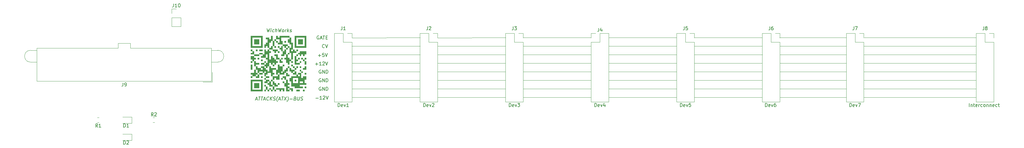
<source format=gbr>
G04 #@! TF.GenerationSoftware,KiCad,Pcbnew,5.1.5+dfsg1-2build2*
G04 #@! TF.CreationDate,2020-12-17T01:47:48-07:00*
G04 #@! TF.ProjectId,eurorackBus,6575726f-7261-4636-9b42-75732e6b6963,rev?*
G04 #@! TF.SameCoordinates,Original*
G04 #@! TF.FileFunction,Legend,Top*
G04 #@! TF.FilePolarity,Positive*
%FSLAX46Y46*%
G04 Gerber Fmt 4.6, Leading zero omitted, Abs format (unit mm)*
G04 Created by KiCad (PCBNEW 5.1.5+dfsg1-2build2) date 2020-12-17 01:47:48*
%MOMM*%
%LPD*%
G04 APERTURE LIST*
%ADD10C,0.150000*%
%ADD11C,0.120000*%
%ADD12C,0.177800*%
%ADD13C,0.100000*%
G04 APERTURE END LIST*
D10*
X115292380Y-105227380D02*
X115292380Y-104227380D01*
X115530476Y-104227380D01*
X115673333Y-104275000D01*
X115768571Y-104370238D01*
X115816190Y-104465476D01*
X115863809Y-104655952D01*
X115863809Y-104798809D01*
X115816190Y-104989285D01*
X115768571Y-105084523D01*
X115673333Y-105179761D01*
X115530476Y-105227380D01*
X115292380Y-105227380D01*
X116673333Y-105179761D02*
X116578095Y-105227380D01*
X116387619Y-105227380D01*
X116292380Y-105179761D01*
X116244761Y-105084523D01*
X116244761Y-104703571D01*
X116292380Y-104608333D01*
X116387619Y-104560714D01*
X116578095Y-104560714D01*
X116673333Y-104608333D01*
X116720952Y-104703571D01*
X116720952Y-104798809D01*
X116244761Y-104894047D01*
X117054285Y-104560714D02*
X117292380Y-105227380D01*
X117530476Y-104560714D01*
X118435238Y-105227380D02*
X117863809Y-105227380D01*
X118149523Y-105227380D02*
X118149523Y-104227380D01*
X118054285Y-104370238D01*
X117959047Y-104465476D01*
X117863809Y-104513095D01*
X140692380Y-105227380D02*
X140692380Y-104227380D01*
X140930476Y-104227380D01*
X141073333Y-104275000D01*
X141168571Y-104370238D01*
X141216190Y-104465476D01*
X141263809Y-104655952D01*
X141263809Y-104798809D01*
X141216190Y-104989285D01*
X141168571Y-105084523D01*
X141073333Y-105179761D01*
X140930476Y-105227380D01*
X140692380Y-105227380D01*
X142073333Y-105179761D02*
X141978095Y-105227380D01*
X141787619Y-105227380D01*
X141692380Y-105179761D01*
X141644761Y-105084523D01*
X141644761Y-104703571D01*
X141692380Y-104608333D01*
X141787619Y-104560714D01*
X141978095Y-104560714D01*
X142073333Y-104608333D01*
X142120952Y-104703571D01*
X142120952Y-104798809D01*
X141644761Y-104894047D01*
X142454285Y-104560714D02*
X142692380Y-105227380D01*
X142930476Y-104560714D01*
X143263809Y-104322619D02*
X143311428Y-104275000D01*
X143406666Y-104227380D01*
X143644761Y-104227380D01*
X143740000Y-104275000D01*
X143787619Y-104322619D01*
X143835238Y-104417857D01*
X143835238Y-104513095D01*
X143787619Y-104655952D01*
X143216190Y-105227380D01*
X143835238Y-105227380D01*
X166092380Y-105227380D02*
X166092380Y-104227380D01*
X166330476Y-104227380D01*
X166473333Y-104275000D01*
X166568571Y-104370238D01*
X166616190Y-104465476D01*
X166663809Y-104655952D01*
X166663809Y-104798809D01*
X166616190Y-104989285D01*
X166568571Y-105084523D01*
X166473333Y-105179761D01*
X166330476Y-105227380D01*
X166092380Y-105227380D01*
X167473333Y-105179761D02*
X167378095Y-105227380D01*
X167187619Y-105227380D01*
X167092380Y-105179761D01*
X167044761Y-105084523D01*
X167044761Y-104703571D01*
X167092380Y-104608333D01*
X167187619Y-104560714D01*
X167378095Y-104560714D01*
X167473333Y-104608333D01*
X167520952Y-104703571D01*
X167520952Y-104798809D01*
X167044761Y-104894047D01*
X167854285Y-104560714D02*
X168092380Y-105227380D01*
X168330476Y-104560714D01*
X168616190Y-104227380D02*
X169235238Y-104227380D01*
X168901904Y-104608333D01*
X169044761Y-104608333D01*
X169140000Y-104655952D01*
X169187619Y-104703571D01*
X169235238Y-104798809D01*
X169235238Y-105036904D01*
X169187619Y-105132142D01*
X169140000Y-105179761D01*
X169044761Y-105227380D01*
X168759047Y-105227380D01*
X168663809Y-105179761D01*
X168616190Y-105132142D01*
X191492380Y-105227380D02*
X191492380Y-104227380D01*
X191730476Y-104227380D01*
X191873333Y-104275000D01*
X191968571Y-104370238D01*
X192016190Y-104465476D01*
X192063809Y-104655952D01*
X192063809Y-104798809D01*
X192016190Y-104989285D01*
X191968571Y-105084523D01*
X191873333Y-105179761D01*
X191730476Y-105227380D01*
X191492380Y-105227380D01*
X192873333Y-105179761D02*
X192778095Y-105227380D01*
X192587619Y-105227380D01*
X192492380Y-105179761D01*
X192444761Y-105084523D01*
X192444761Y-104703571D01*
X192492380Y-104608333D01*
X192587619Y-104560714D01*
X192778095Y-104560714D01*
X192873333Y-104608333D01*
X192920952Y-104703571D01*
X192920952Y-104798809D01*
X192444761Y-104894047D01*
X193254285Y-104560714D02*
X193492380Y-105227380D01*
X193730476Y-104560714D01*
X194540000Y-104560714D02*
X194540000Y-105227380D01*
X194301904Y-104179761D02*
X194063809Y-104894047D01*
X194682857Y-104894047D01*
X216892380Y-105227380D02*
X216892380Y-104227380D01*
X217130476Y-104227380D01*
X217273333Y-104275000D01*
X217368571Y-104370238D01*
X217416190Y-104465476D01*
X217463809Y-104655952D01*
X217463809Y-104798809D01*
X217416190Y-104989285D01*
X217368571Y-105084523D01*
X217273333Y-105179761D01*
X217130476Y-105227380D01*
X216892380Y-105227380D01*
X218273333Y-105179761D02*
X218178095Y-105227380D01*
X217987619Y-105227380D01*
X217892380Y-105179761D01*
X217844761Y-105084523D01*
X217844761Y-104703571D01*
X217892380Y-104608333D01*
X217987619Y-104560714D01*
X218178095Y-104560714D01*
X218273333Y-104608333D01*
X218320952Y-104703571D01*
X218320952Y-104798809D01*
X217844761Y-104894047D01*
X218654285Y-104560714D02*
X218892380Y-105227380D01*
X219130476Y-104560714D01*
X219987619Y-104227380D02*
X219511428Y-104227380D01*
X219463809Y-104703571D01*
X219511428Y-104655952D01*
X219606666Y-104608333D01*
X219844761Y-104608333D01*
X219940000Y-104655952D01*
X219987619Y-104703571D01*
X220035238Y-104798809D01*
X220035238Y-105036904D01*
X219987619Y-105132142D01*
X219940000Y-105179761D01*
X219844761Y-105227380D01*
X219606666Y-105227380D01*
X219511428Y-105179761D01*
X219463809Y-105132142D01*
X242165380Y-105227380D02*
X242165380Y-104227380D01*
X242403476Y-104227380D01*
X242546333Y-104275000D01*
X242641571Y-104370238D01*
X242689190Y-104465476D01*
X242736809Y-104655952D01*
X242736809Y-104798809D01*
X242689190Y-104989285D01*
X242641571Y-105084523D01*
X242546333Y-105179761D01*
X242403476Y-105227380D01*
X242165380Y-105227380D01*
X243546333Y-105179761D02*
X243451095Y-105227380D01*
X243260619Y-105227380D01*
X243165380Y-105179761D01*
X243117761Y-105084523D01*
X243117761Y-104703571D01*
X243165380Y-104608333D01*
X243260619Y-104560714D01*
X243451095Y-104560714D01*
X243546333Y-104608333D01*
X243593952Y-104703571D01*
X243593952Y-104798809D01*
X243117761Y-104894047D01*
X243927285Y-104560714D02*
X244165380Y-105227380D01*
X244403476Y-104560714D01*
X245213000Y-104227380D02*
X245022523Y-104227380D01*
X244927285Y-104275000D01*
X244879666Y-104322619D01*
X244784428Y-104465476D01*
X244736809Y-104655952D01*
X244736809Y-105036904D01*
X244784428Y-105132142D01*
X244832047Y-105179761D01*
X244927285Y-105227380D01*
X245117761Y-105227380D01*
X245213000Y-105179761D01*
X245260619Y-105132142D01*
X245308238Y-105036904D01*
X245308238Y-104798809D01*
X245260619Y-104703571D01*
X245213000Y-104655952D01*
X245117761Y-104608333D01*
X244927285Y-104608333D01*
X244832047Y-104655952D01*
X244784428Y-104703571D01*
X244736809Y-104798809D01*
X267184380Y-105227380D02*
X267184380Y-104227380D01*
X267422476Y-104227380D01*
X267565333Y-104275000D01*
X267660571Y-104370238D01*
X267708190Y-104465476D01*
X267755809Y-104655952D01*
X267755809Y-104798809D01*
X267708190Y-104989285D01*
X267660571Y-105084523D01*
X267565333Y-105179761D01*
X267422476Y-105227380D01*
X267184380Y-105227380D01*
X268565333Y-105179761D02*
X268470095Y-105227380D01*
X268279619Y-105227380D01*
X268184380Y-105179761D01*
X268136761Y-105084523D01*
X268136761Y-104703571D01*
X268184380Y-104608333D01*
X268279619Y-104560714D01*
X268470095Y-104560714D01*
X268565333Y-104608333D01*
X268612952Y-104703571D01*
X268612952Y-104798809D01*
X268136761Y-104894047D01*
X268946285Y-104560714D02*
X269184380Y-105227380D01*
X269422476Y-104560714D01*
X269708190Y-104227380D02*
X270374857Y-104227380D01*
X269946285Y-105227380D01*
X302681238Y-105227380D02*
X302681238Y-104227380D01*
X303157428Y-104560714D02*
X303157428Y-105227380D01*
X303157428Y-104655952D02*
X303205047Y-104608333D01*
X303300285Y-104560714D01*
X303443142Y-104560714D01*
X303538380Y-104608333D01*
X303586000Y-104703571D01*
X303586000Y-105227380D01*
X303919333Y-104560714D02*
X304300285Y-104560714D01*
X304062190Y-104227380D02*
X304062190Y-105084523D01*
X304109809Y-105179761D01*
X304205047Y-105227380D01*
X304300285Y-105227380D01*
X305014571Y-105179761D02*
X304919333Y-105227380D01*
X304728857Y-105227380D01*
X304633619Y-105179761D01*
X304586000Y-105084523D01*
X304586000Y-104703571D01*
X304633619Y-104608333D01*
X304728857Y-104560714D01*
X304919333Y-104560714D01*
X305014571Y-104608333D01*
X305062190Y-104703571D01*
X305062190Y-104798809D01*
X304586000Y-104894047D01*
X305490761Y-105227380D02*
X305490761Y-104560714D01*
X305490761Y-104751190D02*
X305538380Y-104655952D01*
X305586000Y-104608333D01*
X305681238Y-104560714D01*
X305776476Y-104560714D01*
X306538380Y-105179761D02*
X306443142Y-105227380D01*
X306252666Y-105227380D01*
X306157428Y-105179761D01*
X306109809Y-105132142D01*
X306062190Y-105036904D01*
X306062190Y-104751190D01*
X306109809Y-104655952D01*
X306157428Y-104608333D01*
X306252666Y-104560714D01*
X306443142Y-104560714D01*
X306538380Y-104608333D01*
X307109809Y-105227380D02*
X307014571Y-105179761D01*
X306966952Y-105132142D01*
X306919333Y-105036904D01*
X306919333Y-104751190D01*
X306966952Y-104655952D01*
X307014571Y-104608333D01*
X307109809Y-104560714D01*
X307252666Y-104560714D01*
X307347904Y-104608333D01*
X307395523Y-104655952D01*
X307443142Y-104751190D01*
X307443142Y-105036904D01*
X307395523Y-105132142D01*
X307347904Y-105179761D01*
X307252666Y-105227380D01*
X307109809Y-105227380D01*
X307871714Y-104560714D02*
X307871714Y-105227380D01*
X307871714Y-104655952D02*
X307919333Y-104608333D01*
X308014571Y-104560714D01*
X308157428Y-104560714D01*
X308252666Y-104608333D01*
X308300285Y-104703571D01*
X308300285Y-105227380D01*
X308776476Y-104560714D02*
X308776476Y-105227380D01*
X308776476Y-104655952D02*
X308824095Y-104608333D01*
X308919333Y-104560714D01*
X309062190Y-104560714D01*
X309157428Y-104608333D01*
X309205047Y-104703571D01*
X309205047Y-105227380D01*
X310062190Y-105179761D02*
X309966952Y-105227380D01*
X309776476Y-105227380D01*
X309681238Y-105179761D01*
X309633619Y-105084523D01*
X309633619Y-104703571D01*
X309681238Y-104608333D01*
X309776476Y-104560714D01*
X309966952Y-104560714D01*
X310062190Y-104608333D01*
X310109809Y-104703571D01*
X310109809Y-104798809D01*
X309633619Y-104894047D01*
X310966952Y-105179761D02*
X310871714Y-105227380D01*
X310681238Y-105227380D01*
X310586000Y-105179761D01*
X310538380Y-105132142D01*
X310490761Y-105036904D01*
X310490761Y-104751190D01*
X310538380Y-104655952D01*
X310586000Y-104608333D01*
X310681238Y-104560714D01*
X310871714Y-104560714D01*
X310966952Y-104608333D01*
X311252666Y-104560714D02*
X311633619Y-104560714D01*
X311395523Y-104227380D02*
X311395523Y-105084523D01*
X311443142Y-105179761D01*
X311538380Y-105227380D01*
X311633619Y-105227380D01*
D11*
X144907000Y-102489000D02*
X164973000Y-102489000D01*
X190373000Y-99949000D02*
X170307000Y-99949000D01*
X170307000Y-102489000D02*
X190373000Y-102489000D01*
X195707000Y-102489000D02*
X215773000Y-102489000D01*
X215773000Y-99949000D02*
X195707000Y-99949000D01*
X195707000Y-97409000D02*
X215773000Y-97409000D01*
X241173000Y-102489000D02*
X221107000Y-102489000D01*
X221107000Y-99949000D02*
X241173000Y-99949000D01*
X241173000Y-97409000D02*
X221107000Y-97409000D01*
X221107000Y-94869000D02*
X241173000Y-94869000D01*
X241173000Y-92329000D02*
X221107000Y-92329000D01*
X221107000Y-89789000D02*
X241300000Y-89789000D01*
X241173000Y-87249000D02*
X221107000Y-87249000D01*
X221107000Y-84709000D02*
X241173000Y-84709000D01*
X266065000Y-84709000D02*
X246380000Y-84709000D01*
X246507000Y-87249000D02*
X266192000Y-87249000D01*
X266192000Y-89789000D02*
X246507000Y-89789000D01*
X246507000Y-92329000D02*
X266192000Y-92329000D01*
X266065000Y-94869000D02*
X246507000Y-94869000D01*
X246507000Y-97409000D02*
X266065000Y-97409000D01*
X266192000Y-99949000D02*
X246507000Y-99949000D01*
X246507000Y-102489000D02*
X266192000Y-102489000D01*
X271399000Y-102489000D02*
X304673000Y-102489000D01*
X304673000Y-99949000D02*
X271399000Y-99949000D01*
X271399000Y-97409000D02*
X304673000Y-97409000D01*
X304673000Y-94869000D02*
X271399000Y-94869000D01*
X271399000Y-92329000D02*
X304673000Y-92329000D01*
X304673000Y-89789000D02*
X271399000Y-89789000D01*
X271399000Y-87249000D02*
X304673000Y-87249000D01*
X304673000Y-84709000D02*
X271526000Y-84709000D01*
X195707000Y-84709000D02*
X215773000Y-84709000D01*
X215773000Y-87249000D02*
X195707000Y-87249000D01*
X195707000Y-89789000D02*
X215773000Y-89789000D01*
X215773000Y-92329000D02*
X195707000Y-92329000D01*
X195707000Y-94869000D02*
X215773000Y-94869000D01*
X170307000Y-84709000D02*
X190373000Y-84709000D01*
X170307000Y-87249000D02*
X190373000Y-87249000D01*
X170307000Y-89789000D02*
X190373000Y-89789000D01*
X170307000Y-92329000D02*
X190373000Y-92329000D01*
X170307000Y-94869000D02*
X190373000Y-94869000D01*
X170307000Y-97409000D02*
X190373000Y-97409000D01*
X144907000Y-99949000D02*
X164973000Y-99949000D01*
X144907000Y-97409000D02*
X164973000Y-97409000D01*
X144907000Y-94869000D02*
X164973000Y-94869000D01*
X144907000Y-92329000D02*
X164973000Y-92329000D01*
X164973000Y-89789000D02*
X144907000Y-89789000D01*
X144907000Y-87249000D02*
X164973000Y-87249000D01*
X119507000Y-102489000D02*
X139573000Y-102489000D01*
X119507000Y-99949000D02*
X139573000Y-99949000D01*
X119507000Y-97409000D02*
X139573000Y-97409000D01*
X119507000Y-94869000D02*
X139573000Y-94869000D01*
X119507000Y-92329000D02*
X139573000Y-92329000D01*
X119507000Y-89789000D02*
X139700000Y-89789000D01*
X119380000Y-87249000D02*
X139700000Y-87249000D01*
X144840000Y-84725001D02*
X165100000Y-84709000D01*
X119440000Y-84725001D02*
X139700000Y-84709000D01*
D10*
X108728095Y-102687428D02*
X109490000Y-102687428D01*
X110490000Y-103068380D02*
X109918571Y-103068380D01*
X110204285Y-103068380D02*
X110204285Y-102068380D01*
X110109047Y-102211238D01*
X110013809Y-102306476D01*
X109918571Y-102354095D01*
X110870952Y-102163619D02*
X110918571Y-102116000D01*
X111013809Y-102068380D01*
X111251904Y-102068380D01*
X111347142Y-102116000D01*
X111394761Y-102163619D01*
X111442380Y-102258857D01*
X111442380Y-102354095D01*
X111394761Y-102496952D01*
X110823333Y-103068380D01*
X111442380Y-103068380D01*
X111728095Y-102068380D02*
X112061428Y-103068380D01*
X112394761Y-102068380D01*
X110236095Y-99449000D02*
X110140857Y-99401380D01*
X109998000Y-99401380D01*
X109855142Y-99449000D01*
X109759904Y-99544238D01*
X109712285Y-99639476D01*
X109664666Y-99829952D01*
X109664666Y-99972809D01*
X109712285Y-100163285D01*
X109759904Y-100258523D01*
X109855142Y-100353761D01*
X109998000Y-100401380D01*
X110093238Y-100401380D01*
X110236095Y-100353761D01*
X110283714Y-100306142D01*
X110283714Y-99972809D01*
X110093238Y-99972809D01*
X110712285Y-100401380D02*
X110712285Y-99401380D01*
X111283714Y-100401380D01*
X111283714Y-99401380D01*
X111759904Y-100401380D02*
X111759904Y-99401380D01*
X111998000Y-99401380D01*
X112140857Y-99449000D01*
X112236095Y-99544238D01*
X112283714Y-99639476D01*
X112331333Y-99829952D01*
X112331333Y-99972809D01*
X112283714Y-100163285D01*
X112236095Y-100258523D01*
X112140857Y-100353761D01*
X111998000Y-100401380D01*
X111759904Y-100401380D01*
X110236095Y-96909000D02*
X110140857Y-96861380D01*
X109998000Y-96861380D01*
X109855142Y-96909000D01*
X109759904Y-97004238D01*
X109712285Y-97099476D01*
X109664666Y-97289952D01*
X109664666Y-97432809D01*
X109712285Y-97623285D01*
X109759904Y-97718523D01*
X109855142Y-97813761D01*
X109998000Y-97861380D01*
X110093238Y-97861380D01*
X110236095Y-97813761D01*
X110283714Y-97766142D01*
X110283714Y-97432809D01*
X110093238Y-97432809D01*
X110712285Y-97861380D02*
X110712285Y-96861380D01*
X111283714Y-97861380D01*
X111283714Y-96861380D01*
X111759904Y-97861380D02*
X111759904Y-96861380D01*
X111998000Y-96861380D01*
X112140857Y-96909000D01*
X112236095Y-97004238D01*
X112283714Y-97099476D01*
X112331333Y-97289952D01*
X112331333Y-97432809D01*
X112283714Y-97623285D01*
X112236095Y-97718523D01*
X112140857Y-97813761D01*
X111998000Y-97861380D01*
X111759904Y-97861380D01*
X110236095Y-94369000D02*
X110140857Y-94321380D01*
X109998000Y-94321380D01*
X109855142Y-94369000D01*
X109759904Y-94464238D01*
X109712285Y-94559476D01*
X109664666Y-94749952D01*
X109664666Y-94892809D01*
X109712285Y-95083285D01*
X109759904Y-95178523D01*
X109855142Y-95273761D01*
X109998000Y-95321380D01*
X110093238Y-95321380D01*
X110236095Y-95273761D01*
X110283714Y-95226142D01*
X110283714Y-94892809D01*
X110093238Y-94892809D01*
X110712285Y-95321380D02*
X110712285Y-94321380D01*
X111283714Y-95321380D01*
X111283714Y-94321380D01*
X111759904Y-95321380D02*
X111759904Y-94321380D01*
X111998000Y-94321380D01*
X112140857Y-94369000D01*
X112236095Y-94464238D01*
X112283714Y-94559476D01*
X112331333Y-94749952D01*
X112331333Y-94892809D01*
X112283714Y-95083285D01*
X112236095Y-95178523D01*
X112140857Y-95273761D01*
X111998000Y-95321380D01*
X111759904Y-95321380D01*
X108601095Y-92527428D02*
X109363000Y-92527428D01*
X108982047Y-92908380D02*
X108982047Y-92146476D01*
X110363000Y-92908380D02*
X109791571Y-92908380D01*
X110077285Y-92908380D02*
X110077285Y-91908380D01*
X109982047Y-92051238D01*
X109886809Y-92146476D01*
X109791571Y-92194095D01*
X110743952Y-92003619D02*
X110791571Y-91956000D01*
X110886809Y-91908380D01*
X111124904Y-91908380D01*
X111220142Y-91956000D01*
X111267761Y-92003619D01*
X111315380Y-92098857D01*
X111315380Y-92194095D01*
X111267761Y-92336952D01*
X110696333Y-92908380D01*
X111315380Y-92908380D01*
X111601095Y-91908380D02*
X111934428Y-92908380D01*
X112267761Y-91908380D01*
X109458285Y-89987428D02*
X110220190Y-89987428D01*
X109839238Y-90368380D02*
X109839238Y-89606476D01*
X111172571Y-89368380D02*
X110696380Y-89368380D01*
X110648761Y-89844571D01*
X110696380Y-89796952D01*
X110791619Y-89749333D01*
X111029714Y-89749333D01*
X111124952Y-89796952D01*
X111172571Y-89844571D01*
X111220190Y-89939809D01*
X111220190Y-90177904D01*
X111172571Y-90273142D01*
X111124952Y-90320761D01*
X111029714Y-90368380D01*
X110791619Y-90368380D01*
X110696380Y-90320761D01*
X110648761Y-90273142D01*
X111505904Y-89368380D02*
X111839238Y-90368380D01*
X112172571Y-89368380D01*
X111259952Y-87606142D02*
X111212333Y-87653761D01*
X111069476Y-87701380D01*
X110974238Y-87701380D01*
X110831380Y-87653761D01*
X110736142Y-87558523D01*
X110688523Y-87463285D01*
X110640904Y-87272809D01*
X110640904Y-87129952D01*
X110688523Y-86939476D01*
X110736142Y-86844238D01*
X110831380Y-86749000D01*
X110974238Y-86701380D01*
X111069476Y-86701380D01*
X111212333Y-86749000D01*
X111259952Y-86796619D01*
X111545666Y-86701380D02*
X111879000Y-87701380D01*
X112212333Y-86701380D01*
X109617000Y-84209000D02*
X109521761Y-84161380D01*
X109378904Y-84161380D01*
X109236047Y-84209000D01*
X109140809Y-84304238D01*
X109093190Y-84399476D01*
X109045571Y-84589952D01*
X109045571Y-84732809D01*
X109093190Y-84923285D01*
X109140809Y-85018523D01*
X109236047Y-85113761D01*
X109378904Y-85161380D01*
X109474142Y-85161380D01*
X109617000Y-85113761D01*
X109664619Y-85066142D01*
X109664619Y-84732809D01*
X109474142Y-84732809D01*
X110045571Y-84875666D02*
X110521761Y-84875666D01*
X109950333Y-85161380D02*
X110283666Y-84161380D01*
X110617000Y-85161380D01*
X110807476Y-84161380D02*
X111378904Y-84161380D01*
X111093190Y-85161380D02*
X111093190Y-84161380D01*
X111712238Y-84637571D02*
X112045571Y-84637571D01*
X112188428Y-85161380D02*
X111712238Y-85161380D01*
X111712238Y-84161380D01*
X112188428Y-84161380D01*
D12*
X94249279Y-82002380D02*
X94362375Y-83002380D01*
X94642137Y-82288095D01*
X94743327Y-83002380D01*
X95106422Y-82002380D01*
X95362375Y-83002380D02*
X95445708Y-82335714D01*
X95487375Y-82002380D02*
X95433803Y-82050000D01*
X95475470Y-82097619D01*
X95529041Y-82050000D01*
X95487375Y-82002380D01*
X95475470Y-82097619D01*
X96273089Y-82954761D02*
X96171898Y-83002380D01*
X95981422Y-83002380D01*
X95892137Y-82954761D01*
X95850470Y-82907142D01*
X95814756Y-82811904D01*
X95850470Y-82526190D01*
X95909994Y-82430952D01*
X95963565Y-82383333D01*
X96064756Y-82335714D01*
X96255232Y-82335714D01*
X96344518Y-82383333D01*
X96695708Y-83002380D02*
X96820708Y-82002380D01*
X97124279Y-83002380D02*
X97189756Y-82478571D01*
X97154041Y-82383333D01*
X97064756Y-82335714D01*
X96921898Y-82335714D01*
X96820708Y-82383333D01*
X96767137Y-82430952D01*
X97630232Y-82002380D02*
X97743327Y-83002380D01*
X98023089Y-82288095D01*
X98124279Y-83002380D01*
X98487375Y-82002380D01*
X98886184Y-83002380D02*
X98796898Y-82954761D01*
X98755232Y-82907142D01*
X98719518Y-82811904D01*
X98755232Y-82526190D01*
X98814756Y-82430952D01*
X98868327Y-82383333D01*
X98969518Y-82335714D01*
X99112375Y-82335714D01*
X99201660Y-82383333D01*
X99243327Y-82430952D01*
X99279041Y-82526190D01*
X99243327Y-82811904D01*
X99183803Y-82907142D01*
X99130232Y-82954761D01*
X99029041Y-83002380D01*
X98886184Y-83002380D01*
X99648089Y-83002380D02*
X99731422Y-82335714D01*
X99707613Y-82526190D02*
X99767137Y-82430952D01*
X99820708Y-82383333D01*
X99921898Y-82335714D01*
X100017137Y-82335714D01*
X100267137Y-83002380D02*
X100392137Y-82002380D01*
X100409994Y-82621428D02*
X100648089Y-83002380D01*
X100731422Y-82335714D02*
X100302851Y-82716666D01*
X101034994Y-82954761D02*
X101124279Y-83002380D01*
X101314756Y-83002380D01*
X101415946Y-82954761D01*
X101475470Y-82859523D01*
X101481422Y-82811904D01*
X101445708Y-82716666D01*
X101356422Y-82669047D01*
X101213565Y-82669047D01*
X101124279Y-82621428D01*
X101088565Y-82526190D01*
X101094518Y-82478571D01*
X101154041Y-82383333D01*
X101255232Y-82335714D01*
X101398089Y-82335714D01*
X101487375Y-82383333D01*
X90874279Y-103036666D02*
X91350470Y-103036666D01*
X90743327Y-103322380D02*
X91201660Y-102322380D01*
X91409994Y-103322380D01*
X91725470Y-102322380D02*
X92296898Y-102322380D01*
X91886184Y-103322380D02*
X92011184Y-102322380D01*
X92487375Y-102322380D02*
X93058803Y-102322380D01*
X92648089Y-103322380D02*
X92773089Y-102322380D01*
X93255232Y-103036666D02*
X93731422Y-103036666D01*
X93124279Y-103322380D02*
X93582613Y-102322380D01*
X93790946Y-103322380D01*
X94707613Y-103227142D02*
X94654041Y-103274761D01*
X94505232Y-103322380D01*
X94409994Y-103322380D01*
X94273089Y-103274761D01*
X94189756Y-103179523D01*
X94154041Y-103084285D01*
X94130232Y-102893809D01*
X94148089Y-102750952D01*
X94219518Y-102560476D01*
X94279041Y-102465238D01*
X94386184Y-102370000D01*
X94534994Y-102322380D01*
X94630232Y-102322380D01*
X94767137Y-102370000D01*
X94808803Y-102417619D01*
X95124279Y-103322380D02*
X95249279Y-102322380D01*
X95695708Y-103322380D02*
X95338565Y-102750952D01*
X95820708Y-102322380D02*
X95177851Y-102893809D01*
X96082613Y-103274761D02*
X96219518Y-103322380D01*
X96457613Y-103322380D01*
X96558803Y-103274761D01*
X96612375Y-103227142D01*
X96671898Y-103131904D01*
X96683803Y-103036666D01*
X96648089Y-102941428D01*
X96606422Y-102893809D01*
X96517137Y-102846190D01*
X96332613Y-102798571D01*
X96243327Y-102750952D01*
X96201660Y-102703333D01*
X96165946Y-102608095D01*
X96177851Y-102512857D01*
X96237375Y-102417619D01*
X96290946Y-102370000D01*
X96392137Y-102322380D01*
X96630232Y-102322380D01*
X96767137Y-102370000D01*
X97314756Y-103703333D02*
X97273089Y-103655714D01*
X97195708Y-103512857D01*
X97159994Y-103417619D01*
X97130232Y-103274761D01*
X97112375Y-103036666D01*
X97136184Y-102846190D01*
X97213565Y-102608095D01*
X97279041Y-102465238D01*
X97338565Y-102370000D01*
X97451660Y-102227142D01*
X97505232Y-102179523D01*
X97731422Y-103036666D02*
X98207613Y-103036666D01*
X97600470Y-103322380D02*
X98058803Y-102322380D01*
X98267137Y-103322380D01*
X98582613Y-102322380D02*
X99154041Y-102322380D01*
X98743327Y-103322380D02*
X98868327Y-102322380D01*
X99392137Y-102322380D02*
X99933803Y-103322380D01*
X100058803Y-102322380D02*
X99267137Y-103322380D01*
X100171898Y-103703333D02*
X100225470Y-103655714D01*
X100338565Y-103512857D01*
X100398089Y-103417619D01*
X100463565Y-103274761D01*
X100540946Y-103036666D01*
X100564756Y-102846190D01*
X100546898Y-102608095D01*
X100517137Y-102465238D01*
X100481422Y-102370000D01*
X100404041Y-102227142D01*
X100362375Y-102179523D01*
X101029041Y-102941428D02*
X101790946Y-102941428D01*
X102618327Y-102798571D02*
X102755232Y-102846190D01*
X102796898Y-102893809D01*
X102832613Y-102989047D01*
X102814756Y-103131904D01*
X102755232Y-103227142D01*
X102701660Y-103274761D01*
X102600470Y-103322380D01*
X102219518Y-103322380D01*
X102344518Y-102322380D01*
X102677851Y-102322380D01*
X102767137Y-102370000D01*
X102808803Y-102417619D01*
X102844518Y-102512857D01*
X102832613Y-102608095D01*
X102773089Y-102703333D01*
X102719518Y-102750952D01*
X102618327Y-102798571D01*
X102284994Y-102798571D01*
X103344518Y-102322380D02*
X103243327Y-103131904D01*
X103279041Y-103227142D01*
X103320708Y-103274761D01*
X103409994Y-103322380D01*
X103600470Y-103322380D01*
X103701660Y-103274761D01*
X103755232Y-103227142D01*
X103814756Y-103131904D01*
X103915946Y-102322380D01*
X104225470Y-103274761D02*
X104362375Y-103322380D01*
X104600470Y-103322380D01*
X104701660Y-103274761D01*
X104755232Y-103227142D01*
X104814756Y-103131904D01*
X104826660Y-103036666D01*
X104790946Y-102941428D01*
X104749279Y-102893809D01*
X104659994Y-102846190D01*
X104475470Y-102798571D01*
X104386184Y-102750952D01*
X104344518Y-102703333D01*
X104308803Y-102608095D01*
X104320708Y-102512857D01*
X104380232Y-102417619D01*
X104433803Y-102370000D01*
X104534994Y-102322380D01*
X104773089Y-102322380D01*
X104909994Y-102370000D01*
D13*
G36*
X105417000Y-100710000D02*
G01*
X105417000Y-100210000D01*
X104917000Y-100210000D01*
X104917000Y-100710000D01*
X105417000Y-100710000D01*
G37*
G36*
X103917000Y-100710000D02*
G01*
X103917000Y-100210000D01*
X103417000Y-100210000D01*
X103417000Y-100710000D01*
X103917000Y-100710000D01*
G37*
G36*
X103417000Y-100710000D02*
G01*
X103417000Y-100210000D01*
X102917000Y-100210000D01*
X102917000Y-100710000D01*
X103417000Y-100710000D01*
G37*
G36*
X101917000Y-100710000D02*
G01*
X101917000Y-100210000D01*
X101417000Y-100210000D01*
X101417000Y-100710000D01*
X101917000Y-100710000D01*
G37*
G36*
X100917000Y-100710000D02*
G01*
X100917000Y-100210000D01*
X100417000Y-100210000D01*
X100417000Y-100710000D01*
X100917000Y-100710000D01*
G37*
G36*
X100417000Y-100710000D02*
G01*
X100417000Y-100210000D01*
X99917000Y-100210000D01*
X99917000Y-100710000D01*
X100417000Y-100710000D01*
G37*
G36*
X99417000Y-100710000D02*
G01*
X99417000Y-100210000D01*
X98917000Y-100210000D01*
X98917000Y-100710000D01*
X99417000Y-100710000D01*
G37*
G36*
X98417000Y-100710000D02*
G01*
X98417000Y-100210000D01*
X97917000Y-100210000D01*
X97917000Y-100710000D01*
X98417000Y-100710000D01*
G37*
G36*
X96917000Y-100710000D02*
G01*
X96917000Y-100210000D01*
X96417000Y-100210000D01*
X96417000Y-100710000D01*
X96917000Y-100710000D01*
G37*
G36*
X95917000Y-100710000D02*
G01*
X95917000Y-100210000D01*
X95417000Y-100210000D01*
X95417000Y-100710000D01*
X95917000Y-100710000D01*
G37*
G36*
X94917000Y-100710000D02*
G01*
X94917000Y-100210000D01*
X94417000Y-100210000D01*
X94417000Y-100710000D01*
X94917000Y-100710000D01*
G37*
G36*
X93917000Y-100710000D02*
G01*
X93917000Y-100210000D01*
X93417000Y-100210000D01*
X93417000Y-100710000D01*
X93917000Y-100710000D01*
G37*
G36*
X92917000Y-100710000D02*
G01*
X92917000Y-100210000D01*
X92417000Y-100210000D01*
X92417000Y-100710000D01*
X92917000Y-100710000D01*
G37*
G36*
X92417000Y-100710000D02*
G01*
X92417000Y-100210000D01*
X91917000Y-100210000D01*
X91917000Y-100710000D01*
X92417000Y-100710000D01*
G37*
G36*
X91917000Y-100710000D02*
G01*
X91917000Y-100210000D01*
X91417000Y-100210000D01*
X91417000Y-100710000D01*
X91917000Y-100710000D01*
G37*
G36*
X91417000Y-100710000D02*
G01*
X91417000Y-100210000D01*
X90917000Y-100210000D01*
X90917000Y-100710000D01*
X91417000Y-100710000D01*
G37*
G36*
X90917000Y-100710000D02*
G01*
X90917000Y-100210000D01*
X90417000Y-100210000D01*
X90417000Y-100710000D01*
X90917000Y-100710000D01*
G37*
G36*
X90417000Y-100710000D02*
G01*
X90417000Y-100210000D01*
X89917000Y-100210000D01*
X89917000Y-100710000D01*
X90417000Y-100710000D01*
G37*
G36*
X89917000Y-100710000D02*
G01*
X89917000Y-100210000D01*
X89417000Y-100210000D01*
X89417000Y-100710000D01*
X89917000Y-100710000D01*
G37*
G36*
X101917000Y-100210000D02*
G01*
X101917000Y-99710000D01*
X101417000Y-99710000D01*
X101417000Y-100210000D01*
X101917000Y-100210000D01*
G37*
G36*
X101417000Y-100210000D02*
G01*
X101417000Y-99710000D01*
X100917000Y-99710000D01*
X100917000Y-100210000D01*
X101417000Y-100210000D01*
G37*
G36*
X100417000Y-100210000D02*
G01*
X100417000Y-99710000D01*
X99917000Y-99710000D01*
X99917000Y-100210000D01*
X100417000Y-100210000D01*
G37*
G36*
X99417000Y-100210000D02*
G01*
X99417000Y-99710000D01*
X98917000Y-99710000D01*
X98917000Y-100210000D01*
X99417000Y-100210000D01*
G37*
G36*
X98917000Y-100210000D02*
G01*
X98917000Y-99710000D01*
X98417000Y-99710000D01*
X98417000Y-100210000D01*
X98917000Y-100210000D01*
G37*
G36*
X98417000Y-100210000D02*
G01*
X98417000Y-99710000D01*
X97917000Y-99710000D01*
X97917000Y-100210000D01*
X98417000Y-100210000D01*
G37*
G36*
X97917000Y-100210000D02*
G01*
X97917000Y-99710000D01*
X97417000Y-99710000D01*
X97417000Y-100210000D01*
X97917000Y-100210000D01*
G37*
G36*
X97417000Y-100210000D02*
G01*
X97417000Y-99710000D01*
X96917000Y-99710000D01*
X96917000Y-100210000D01*
X97417000Y-100210000D01*
G37*
G36*
X96417000Y-100210000D02*
G01*
X96417000Y-99710000D01*
X95917000Y-99710000D01*
X95917000Y-100210000D01*
X96417000Y-100210000D01*
G37*
G36*
X95417000Y-100210000D02*
G01*
X95417000Y-99710000D01*
X94917000Y-99710000D01*
X94917000Y-100210000D01*
X95417000Y-100210000D01*
G37*
G36*
X94417000Y-100210000D02*
G01*
X94417000Y-99710000D01*
X93917000Y-99710000D01*
X93917000Y-100210000D01*
X94417000Y-100210000D01*
G37*
G36*
X92917000Y-100210000D02*
G01*
X92917000Y-99710000D01*
X92417000Y-99710000D01*
X92417000Y-100210000D01*
X92917000Y-100210000D01*
G37*
G36*
X89917000Y-100210000D02*
G01*
X89917000Y-99710000D01*
X89417000Y-99710000D01*
X89417000Y-100210000D01*
X89917000Y-100210000D01*
G37*
G36*
X105917000Y-99710000D02*
G01*
X105917000Y-99210000D01*
X105417000Y-99210000D01*
X105417000Y-99710000D01*
X105917000Y-99710000D01*
G37*
G36*
X104917000Y-99710000D02*
G01*
X104917000Y-99210000D01*
X104417000Y-99210000D01*
X104417000Y-99710000D01*
X104917000Y-99710000D01*
G37*
G36*
X104417000Y-99710000D02*
G01*
X104417000Y-99210000D01*
X103917000Y-99210000D01*
X103917000Y-99710000D01*
X104417000Y-99710000D01*
G37*
G36*
X103917000Y-99710000D02*
G01*
X103917000Y-99210000D01*
X103417000Y-99210000D01*
X103417000Y-99710000D01*
X103917000Y-99710000D01*
G37*
G36*
X103417000Y-99710000D02*
G01*
X103417000Y-99210000D01*
X102917000Y-99210000D01*
X102917000Y-99710000D01*
X103417000Y-99710000D01*
G37*
G36*
X102917000Y-99710000D02*
G01*
X102917000Y-99210000D01*
X102417000Y-99210000D01*
X102417000Y-99710000D01*
X102917000Y-99710000D01*
G37*
G36*
X100917000Y-99710000D02*
G01*
X100917000Y-99210000D01*
X100417000Y-99210000D01*
X100417000Y-99710000D01*
X100917000Y-99710000D01*
G37*
G36*
X100417000Y-99710000D02*
G01*
X100417000Y-99210000D01*
X99917000Y-99210000D01*
X99917000Y-99710000D01*
X100417000Y-99710000D01*
G37*
G36*
X96417000Y-99710000D02*
G01*
X96417000Y-99210000D01*
X95917000Y-99210000D01*
X95917000Y-99710000D01*
X96417000Y-99710000D01*
G37*
G36*
X94417000Y-99710000D02*
G01*
X94417000Y-99210000D01*
X93917000Y-99210000D01*
X93917000Y-99710000D01*
X94417000Y-99710000D01*
G37*
G36*
X92917000Y-99710000D02*
G01*
X92917000Y-99210000D01*
X92417000Y-99210000D01*
X92417000Y-99710000D01*
X92917000Y-99710000D01*
G37*
G36*
X91917000Y-99710000D02*
G01*
X91917000Y-99210000D01*
X91417000Y-99210000D01*
X91417000Y-99710000D01*
X91917000Y-99710000D01*
G37*
G36*
X91417000Y-99710000D02*
G01*
X91417000Y-99210000D01*
X90917000Y-99210000D01*
X90917000Y-99710000D01*
X91417000Y-99710000D01*
G37*
G36*
X90917000Y-99710000D02*
G01*
X90917000Y-99210000D01*
X90417000Y-99210000D01*
X90417000Y-99710000D01*
X90917000Y-99710000D01*
G37*
G36*
X89917000Y-99710000D02*
G01*
X89917000Y-99210000D01*
X89417000Y-99210000D01*
X89417000Y-99710000D01*
X89917000Y-99710000D01*
G37*
G36*
X103917000Y-99210000D02*
G01*
X103917000Y-98710000D01*
X103417000Y-98710000D01*
X103417000Y-99210000D01*
X103917000Y-99210000D01*
G37*
G36*
X103417000Y-99210000D02*
G01*
X103417000Y-98710000D01*
X102917000Y-98710000D01*
X102917000Y-99210000D01*
X103417000Y-99210000D01*
G37*
G36*
X102917000Y-99210000D02*
G01*
X102917000Y-98710000D01*
X102417000Y-98710000D01*
X102417000Y-99210000D01*
X102917000Y-99210000D01*
G37*
G36*
X102417000Y-99210000D02*
G01*
X102417000Y-98710000D01*
X101917000Y-98710000D01*
X101917000Y-99210000D01*
X102417000Y-99210000D01*
G37*
G36*
X101917000Y-99210000D02*
G01*
X101917000Y-98710000D01*
X101417000Y-98710000D01*
X101417000Y-99210000D01*
X101917000Y-99210000D01*
G37*
G36*
X100417000Y-99210000D02*
G01*
X100417000Y-98710000D01*
X99917000Y-98710000D01*
X99917000Y-99210000D01*
X100417000Y-99210000D01*
G37*
G36*
X99917000Y-99210000D02*
G01*
X99917000Y-98710000D01*
X99417000Y-98710000D01*
X99417000Y-99210000D01*
X99917000Y-99210000D01*
G37*
G36*
X97417000Y-99210000D02*
G01*
X97417000Y-98710000D01*
X96917000Y-98710000D01*
X96917000Y-99210000D01*
X97417000Y-99210000D01*
G37*
G36*
X96917000Y-99210000D02*
G01*
X96917000Y-98710000D01*
X96417000Y-98710000D01*
X96417000Y-99210000D01*
X96917000Y-99210000D01*
G37*
G36*
X95917000Y-99210000D02*
G01*
X95917000Y-98710000D01*
X95417000Y-98710000D01*
X95417000Y-99210000D01*
X95917000Y-99210000D01*
G37*
G36*
X95417000Y-99210000D02*
G01*
X95417000Y-98710000D01*
X94917000Y-98710000D01*
X94917000Y-99210000D01*
X95417000Y-99210000D01*
G37*
G36*
X93917000Y-99210000D02*
G01*
X93917000Y-98710000D01*
X93417000Y-98710000D01*
X93417000Y-99210000D01*
X93917000Y-99210000D01*
G37*
G36*
X92917000Y-99210000D02*
G01*
X92917000Y-98710000D01*
X92417000Y-98710000D01*
X92417000Y-99210000D01*
X92917000Y-99210000D01*
G37*
G36*
X91917000Y-99210000D02*
G01*
X91917000Y-98710000D01*
X91417000Y-98710000D01*
X91417000Y-99210000D01*
X91917000Y-99210000D01*
G37*
G36*
X91417000Y-99210000D02*
G01*
X91417000Y-98710000D01*
X90917000Y-98710000D01*
X90917000Y-99210000D01*
X91417000Y-99210000D01*
G37*
G36*
X90917000Y-99210000D02*
G01*
X90917000Y-98710000D01*
X90417000Y-98710000D01*
X90417000Y-99210000D01*
X90917000Y-99210000D01*
G37*
G36*
X89917000Y-99210000D02*
G01*
X89917000Y-98710000D01*
X89417000Y-98710000D01*
X89417000Y-99210000D01*
X89917000Y-99210000D01*
G37*
G36*
X105917000Y-98710000D02*
G01*
X105917000Y-98210000D01*
X105417000Y-98210000D01*
X105417000Y-98710000D01*
X105917000Y-98710000D01*
G37*
G36*
X105417000Y-98710000D02*
G01*
X105417000Y-98210000D01*
X104917000Y-98210000D01*
X104917000Y-98710000D01*
X105417000Y-98710000D01*
G37*
G36*
X104917000Y-98710000D02*
G01*
X104917000Y-98210000D01*
X104417000Y-98210000D01*
X104417000Y-98710000D01*
X104917000Y-98710000D01*
G37*
G36*
X104417000Y-98710000D02*
G01*
X104417000Y-98210000D01*
X103917000Y-98210000D01*
X103917000Y-98710000D01*
X104417000Y-98710000D01*
G37*
G36*
X103917000Y-98710000D02*
G01*
X103917000Y-98210000D01*
X103417000Y-98210000D01*
X103417000Y-98710000D01*
X103917000Y-98710000D01*
G37*
G36*
X103417000Y-98710000D02*
G01*
X103417000Y-98210000D01*
X102917000Y-98210000D01*
X102917000Y-98710000D01*
X103417000Y-98710000D01*
G37*
G36*
X102917000Y-98710000D02*
G01*
X102917000Y-98210000D01*
X102417000Y-98210000D01*
X102417000Y-98710000D01*
X102917000Y-98710000D01*
G37*
G36*
X102417000Y-98710000D02*
G01*
X102417000Y-98210000D01*
X101917000Y-98210000D01*
X101917000Y-98710000D01*
X102417000Y-98710000D01*
G37*
G36*
X101917000Y-98710000D02*
G01*
X101917000Y-98210000D01*
X101417000Y-98210000D01*
X101417000Y-98710000D01*
X101917000Y-98710000D01*
G37*
G36*
X100917000Y-98710000D02*
G01*
X100917000Y-98210000D01*
X100417000Y-98210000D01*
X100417000Y-98710000D01*
X100917000Y-98710000D01*
G37*
G36*
X100417000Y-98710000D02*
G01*
X100417000Y-98210000D01*
X99917000Y-98210000D01*
X99917000Y-98710000D01*
X100417000Y-98710000D01*
G37*
G36*
X99917000Y-98710000D02*
G01*
X99917000Y-98210000D01*
X99417000Y-98210000D01*
X99417000Y-98710000D01*
X99917000Y-98710000D01*
G37*
G36*
X97917000Y-98710000D02*
G01*
X97917000Y-98210000D01*
X97417000Y-98210000D01*
X97417000Y-98710000D01*
X97917000Y-98710000D01*
G37*
G36*
X96917000Y-98710000D02*
G01*
X96917000Y-98210000D01*
X96417000Y-98210000D01*
X96417000Y-98710000D01*
X96917000Y-98710000D01*
G37*
G36*
X96417000Y-98710000D02*
G01*
X96417000Y-98210000D01*
X95917000Y-98210000D01*
X95917000Y-98710000D01*
X96417000Y-98710000D01*
G37*
G36*
X95417000Y-98710000D02*
G01*
X95417000Y-98210000D01*
X94917000Y-98210000D01*
X94917000Y-98710000D01*
X95417000Y-98710000D01*
G37*
G36*
X94917000Y-98710000D02*
G01*
X94917000Y-98210000D01*
X94417000Y-98210000D01*
X94417000Y-98710000D01*
X94917000Y-98710000D01*
G37*
G36*
X92917000Y-98710000D02*
G01*
X92917000Y-98210000D01*
X92417000Y-98210000D01*
X92417000Y-98710000D01*
X92917000Y-98710000D01*
G37*
G36*
X91917000Y-98710000D02*
G01*
X91917000Y-98210000D01*
X91417000Y-98210000D01*
X91417000Y-98710000D01*
X91917000Y-98710000D01*
G37*
G36*
X91417000Y-98710000D02*
G01*
X91417000Y-98210000D01*
X90917000Y-98210000D01*
X90917000Y-98710000D01*
X91417000Y-98710000D01*
G37*
G36*
X90917000Y-98710000D02*
G01*
X90917000Y-98210000D01*
X90417000Y-98210000D01*
X90417000Y-98710000D01*
X90917000Y-98710000D01*
G37*
G36*
X89917000Y-98710000D02*
G01*
X89917000Y-98210000D01*
X89417000Y-98210000D01*
X89417000Y-98710000D01*
X89917000Y-98710000D01*
G37*
G36*
X105417000Y-98210000D02*
G01*
X105417000Y-97710000D01*
X104917000Y-97710000D01*
X104917000Y-98210000D01*
X105417000Y-98210000D01*
G37*
G36*
X103917000Y-98210000D02*
G01*
X103917000Y-97710000D01*
X103417000Y-97710000D01*
X103417000Y-98210000D01*
X103917000Y-98210000D01*
G37*
G36*
X101917000Y-98210000D02*
G01*
X101917000Y-97710000D01*
X101417000Y-97710000D01*
X101417000Y-98210000D01*
X101917000Y-98210000D01*
G37*
G36*
X100417000Y-98210000D02*
G01*
X100417000Y-97710000D01*
X99917000Y-97710000D01*
X99917000Y-98210000D01*
X100417000Y-98210000D01*
G37*
G36*
X99417000Y-98210000D02*
G01*
X99417000Y-97710000D01*
X98917000Y-97710000D01*
X98917000Y-98210000D01*
X99417000Y-98210000D01*
G37*
G36*
X96417000Y-98210000D02*
G01*
X96417000Y-97710000D01*
X95917000Y-97710000D01*
X95917000Y-98210000D01*
X96417000Y-98210000D01*
G37*
G36*
X95417000Y-98210000D02*
G01*
X95417000Y-97710000D01*
X94917000Y-97710000D01*
X94917000Y-98210000D01*
X95417000Y-98210000D01*
G37*
G36*
X94417000Y-98210000D02*
G01*
X94417000Y-97710000D01*
X93917000Y-97710000D01*
X93917000Y-98210000D01*
X94417000Y-98210000D01*
G37*
G36*
X93917000Y-98210000D02*
G01*
X93917000Y-97710000D01*
X93417000Y-97710000D01*
X93417000Y-98210000D01*
X93917000Y-98210000D01*
G37*
G36*
X92917000Y-98210000D02*
G01*
X92917000Y-97710000D01*
X92417000Y-97710000D01*
X92417000Y-98210000D01*
X92917000Y-98210000D01*
G37*
G36*
X89917000Y-98210000D02*
G01*
X89917000Y-97710000D01*
X89417000Y-97710000D01*
X89417000Y-98210000D01*
X89917000Y-98210000D01*
G37*
G36*
X105417000Y-97710000D02*
G01*
X105417000Y-97210000D01*
X104917000Y-97210000D01*
X104917000Y-97710000D01*
X105417000Y-97710000D01*
G37*
G36*
X104917000Y-97710000D02*
G01*
X104917000Y-97210000D01*
X104417000Y-97210000D01*
X104417000Y-97710000D01*
X104917000Y-97710000D01*
G37*
G36*
X104417000Y-97710000D02*
G01*
X104417000Y-97210000D01*
X103917000Y-97210000D01*
X103917000Y-97710000D01*
X104417000Y-97710000D01*
G37*
G36*
X103917000Y-97710000D02*
G01*
X103917000Y-97210000D01*
X103417000Y-97210000D01*
X103417000Y-97710000D01*
X103917000Y-97710000D01*
G37*
G36*
X102917000Y-97710000D02*
G01*
X102917000Y-97210000D01*
X102417000Y-97210000D01*
X102417000Y-97710000D01*
X102917000Y-97710000D01*
G37*
G36*
X101917000Y-97710000D02*
G01*
X101917000Y-97210000D01*
X101417000Y-97210000D01*
X101417000Y-97710000D01*
X101917000Y-97710000D01*
G37*
G36*
X101417000Y-97710000D02*
G01*
X101417000Y-97210000D01*
X100917000Y-97210000D01*
X100917000Y-97710000D01*
X101417000Y-97710000D01*
G37*
G36*
X100417000Y-97710000D02*
G01*
X100417000Y-97210000D01*
X99917000Y-97210000D01*
X99917000Y-97710000D01*
X100417000Y-97710000D01*
G37*
G36*
X95917000Y-97710000D02*
G01*
X95917000Y-97210000D01*
X95417000Y-97210000D01*
X95417000Y-97710000D01*
X95917000Y-97710000D01*
G37*
G36*
X94917000Y-97710000D02*
G01*
X94917000Y-97210000D01*
X94417000Y-97210000D01*
X94417000Y-97710000D01*
X94917000Y-97710000D01*
G37*
G36*
X94417000Y-97710000D02*
G01*
X94417000Y-97210000D01*
X93917000Y-97210000D01*
X93917000Y-97710000D01*
X94417000Y-97710000D01*
G37*
G36*
X92917000Y-97710000D02*
G01*
X92917000Y-97210000D01*
X92417000Y-97210000D01*
X92417000Y-97710000D01*
X92917000Y-97710000D01*
G37*
G36*
X92417000Y-97710000D02*
G01*
X92417000Y-97210000D01*
X91917000Y-97210000D01*
X91917000Y-97710000D01*
X92417000Y-97710000D01*
G37*
G36*
X91917000Y-97710000D02*
G01*
X91917000Y-97210000D01*
X91417000Y-97210000D01*
X91417000Y-97710000D01*
X91917000Y-97710000D01*
G37*
G36*
X91417000Y-97710000D02*
G01*
X91417000Y-97210000D01*
X90917000Y-97210000D01*
X90917000Y-97710000D01*
X91417000Y-97710000D01*
G37*
G36*
X90917000Y-97710000D02*
G01*
X90917000Y-97210000D01*
X90417000Y-97210000D01*
X90417000Y-97710000D01*
X90917000Y-97710000D01*
G37*
G36*
X90417000Y-97710000D02*
G01*
X90417000Y-97210000D01*
X89917000Y-97210000D01*
X89917000Y-97710000D01*
X90417000Y-97710000D01*
G37*
G36*
X89917000Y-97710000D02*
G01*
X89917000Y-97210000D01*
X89417000Y-97210000D01*
X89417000Y-97710000D01*
X89917000Y-97710000D01*
G37*
G36*
X105917000Y-97210000D02*
G01*
X105917000Y-96710000D01*
X105417000Y-96710000D01*
X105417000Y-97210000D01*
X105917000Y-97210000D01*
G37*
G36*
X105417000Y-97210000D02*
G01*
X105417000Y-96710000D01*
X104917000Y-96710000D01*
X104917000Y-97210000D01*
X105417000Y-97210000D01*
G37*
G36*
X104917000Y-97210000D02*
G01*
X104917000Y-96710000D01*
X104417000Y-96710000D01*
X104417000Y-97210000D01*
X104917000Y-97210000D01*
G37*
G36*
X104417000Y-97210000D02*
G01*
X104417000Y-96710000D01*
X103917000Y-96710000D01*
X103917000Y-97210000D01*
X104417000Y-97210000D01*
G37*
G36*
X103917000Y-97210000D02*
G01*
X103917000Y-96710000D01*
X103417000Y-96710000D01*
X103417000Y-97210000D01*
X103917000Y-97210000D01*
G37*
G36*
X101917000Y-97210000D02*
G01*
X101917000Y-96710000D01*
X101417000Y-96710000D01*
X101417000Y-97210000D01*
X101917000Y-97210000D01*
G37*
G36*
X101417000Y-97210000D02*
G01*
X101417000Y-96710000D01*
X100917000Y-96710000D01*
X100917000Y-97210000D01*
X101417000Y-97210000D01*
G37*
G36*
X99917000Y-97210000D02*
G01*
X99917000Y-96710000D01*
X99417000Y-96710000D01*
X99417000Y-97210000D01*
X99917000Y-97210000D01*
G37*
G36*
X98917000Y-97210000D02*
G01*
X98917000Y-96710000D01*
X98417000Y-96710000D01*
X98417000Y-97210000D01*
X98917000Y-97210000D01*
G37*
G36*
X97917000Y-97210000D02*
G01*
X97917000Y-96710000D01*
X97417000Y-96710000D01*
X97417000Y-97210000D01*
X97917000Y-97210000D01*
G37*
G36*
X97417000Y-97210000D02*
G01*
X97417000Y-96710000D01*
X96917000Y-96710000D01*
X96917000Y-97210000D01*
X97417000Y-97210000D01*
G37*
G36*
X96417000Y-97210000D02*
G01*
X96417000Y-96710000D01*
X95917000Y-96710000D01*
X95917000Y-97210000D01*
X96417000Y-97210000D01*
G37*
G36*
X93917000Y-97210000D02*
G01*
X93917000Y-96710000D01*
X93417000Y-96710000D01*
X93417000Y-97210000D01*
X93917000Y-97210000D01*
G37*
G36*
X105917000Y-96710000D02*
G01*
X105917000Y-96210000D01*
X105417000Y-96210000D01*
X105417000Y-96710000D01*
X105917000Y-96710000D01*
G37*
G36*
X105417000Y-96710000D02*
G01*
X105417000Y-96210000D01*
X104917000Y-96210000D01*
X104917000Y-96710000D01*
X105417000Y-96710000D01*
G37*
G36*
X104417000Y-96710000D02*
G01*
X104417000Y-96210000D01*
X103917000Y-96210000D01*
X103917000Y-96710000D01*
X104417000Y-96710000D01*
G37*
G36*
X103917000Y-96710000D02*
G01*
X103917000Y-96210000D01*
X103417000Y-96210000D01*
X103417000Y-96710000D01*
X103917000Y-96710000D01*
G37*
G36*
X103417000Y-96710000D02*
G01*
X103417000Y-96210000D01*
X102917000Y-96210000D01*
X102917000Y-96710000D01*
X103417000Y-96710000D01*
G37*
G36*
X102917000Y-96710000D02*
G01*
X102917000Y-96210000D01*
X102417000Y-96210000D01*
X102417000Y-96710000D01*
X102917000Y-96710000D01*
G37*
G36*
X102417000Y-96710000D02*
G01*
X102417000Y-96210000D01*
X101917000Y-96210000D01*
X101917000Y-96710000D01*
X102417000Y-96710000D01*
G37*
G36*
X101917000Y-96710000D02*
G01*
X101917000Y-96210000D01*
X101417000Y-96210000D01*
X101417000Y-96710000D01*
X101917000Y-96710000D01*
G37*
G36*
X99917000Y-96710000D02*
G01*
X99917000Y-96210000D01*
X99417000Y-96210000D01*
X99417000Y-96710000D01*
X99917000Y-96710000D01*
G37*
G36*
X99417000Y-96710000D02*
G01*
X99417000Y-96210000D01*
X98917000Y-96210000D01*
X98917000Y-96710000D01*
X99417000Y-96710000D01*
G37*
G36*
X97917000Y-96710000D02*
G01*
X97917000Y-96210000D01*
X97417000Y-96210000D01*
X97417000Y-96710000D01*
X97917000Y-96710000D01*
G37*
G36*
X97417000Y-96710000D02*
G01*
X97417000Y-96210000D01*
X96917000Y-96210000D01*
X96917000Y-96710000D01*
X97417000Y-96710000D01*
G37*
G36*
X96917000Y-96710000D02*
G01*
X96917000Y-96210000D01*
X96417000Y-96210000D01*
X96417000Y-96710000D01*
X96917000Y-96710000D01*
G37*
G36*
X96417000Y-96710000D02*
G01*
X96417000Y-96210000D01*
X95917000Y-96210000D01*
X95917000Y-96710000D01*
X96417000Y-96710000D01*
G37*
G36*
X94917000Y-96710000D02*
G01*
X94917000Y-96210000D01*
X94417000Y-96210000D01*
X94417000Y-96710000D01*
X94917000Y-96710000D01*
G37*
G36*
X94417000Y-96710000D02*
G01*
X94417000Y-96210000D01*
X93917000Y-96210000D01*
X93917000Y-96710000D01*
X94417000Y-96710000D01*
G37*
G36*
X92917000Y-96710000D02*
G01*
X92917000Y-96210000D01*
X92417000Y-96210000D01*
X92417000Y-96710000D01*
X92917000Y-96710000D01*
G37*
G36*
X91917000Y-96710000D02*
G01*
X91917000Y-96210000D01*
X91417000Y-96210000D01*
X91417000Y-96710000D01*
X91917000Y-96710000D01*
G37*
G36*
X91417000Y-96710000D02*
G01*
X91417000Y-96210000D01*
X90917000Y-96210000D01*
X90917000Y-96710000D01*
X91417000Y-96710000D01*
G37*
G36*
X89917000Y-96710000D02*
G01*
X89917000Y-96210000D01*
X89417000Y-96210000D01*
X89417000Y-96710000D01*
X89917000Y-96710000D01*
G37*
G36*
X104417000Y-96210000D02*
G01*
X104417000Y-95710000D01*
X103917000Y-95710000D01*
X103917000Y-96210000D01*
X104417000Y-96210000D01*
G37*
G36*
X103417000Y-96210000D02*
G01*
X103417000Y-95710000D01*
X102917000Y-95710000D01*
X102917000Y-96210000D01*
X103417000Y-96210000D01*
G37*
G36*
X100917000Y-96210000D02*
G01*
X100917000Y-95710000D01*
X100417000Y-95710000D01*
X100417000Y-96210000D01*
X100917000Y-96210000D01*
G37*
G36*
X100417000Y-96210000D02*
G01*
X100417000Y-95710000D01*
X99917000Y-95710000D01*
X99917000Y-96210000D01*
X100417000Y-96210000D01*
G37*
G36*
X97917000Y-96210000D02*
G01*
X97917000Y-95710000D01*
X97417000Y-95710000D01*
X97417000Y-96210000D01*
X97917000Y-96210000D01*
G37*
G36*
X95917000Y-96210000D02*
G01*
X95917000Y-95710000D01*
X95417000Y-95710000D01*
X95417000Y-96210000D01*
X95917000Y-96210000D01*
G37*
G36*
X93917000Y-96210000D02*
G01*
X93917000Y-95710000D01*
X93417000Y-95710000D01*
X93417000Y-96210000D01*
X93917000Y-96210000D01*
G37*
G36*
X91917000Y-96210000D02*
G01*
X91917000Y-95710000D01*
X91417000Y-95710000D01*
X91417000Y-96210000D01*
X91917000Y-96210000D01*
G37*
G36*
X90917000Y-96210000D02*
G01*
X90917000Y-95710000D01*
X90417000Y-95710000D01*
X90417000Y-96210000D01*
X90917000Y-96210000D01*
G37*
G36*
X90417000Y-96210000D02*
G01*
X90417000Y-95710000D01*
X89917000Y-95710000D01*
X89917000Y-96210000D01*
X90417000Y-96210000D01*
G37*
G36*
X105917000Y-95710000D02*
G01*
X105917000Y-95210000D01*
X105417000Y-95210000D01*
X105417000Y-95710000D01*
X105917000Y-95710000D01*
G37*
G36*
X104417000Y-95710000D02*
G01*
X104417000Y-95210000D01*
X103917000Y-95210000D01*
X103917000Y-95710000D01*
X104417000Y-95710000D01*
G37*
G36*
X103917000Y-95710000D02*
G01*
X103917000Y-95210000D01*
X103417000Y-95210000D01*
X103417000Y-95710000D01*
X103917000Y-95710000D01*
G37*
G36*
X102917000Y-95710000D02*
G01*
X102917000Y-95210000D01*
X102417000Y-95210000D01*
X102417000Y-95710000D01*
X102917000Y-95710000D01*
G37*
G36*
X102417000Y-95710000D02*
G01*
X102417000Y-95210000D01*
X101917000Y-95210000D01*
X101917000Y-95710000D01*
X102417000Y-95710000D01*
G37*
G36*
X100417000Y-95710000D02*
G01*
X100417000Y-95210000D01*
X99917000Y-95210000D01*
X99917000Y-95710000D01*
X100417000Y-95710000D01*
G37*
G36*
X99417000Y-95710000D02*
G01*
X99417000Y-95210000D01*
X98917000Y-95210000D01*
X98917000Y-95710000D01*
X99417000Y-95710000D01*
G37*
G36*
X98917000Y-95710000D02*
G01*
X98917000Y-95210000D01*
X98417000Y-95210000D01*
X98417000Y-95710000D01*
X98917000Y-95710000D01*
G37*
G36*
X98417000Y-95710000D02*
G01*
X98417000Y-95210000D01*
X97917000Y-95210000D01*
X97917000Y-95710000D01*
X98417000Y-95710000D01*
G37*
G36*
X97417000Y-95710000D02*
G01*
X97417000Y-95210000D01*
X96917000Y-95210000D01*
X96917000Y-95710000D01*
X97417000Y-95710000D01*
G37*
G36*
X96417000Y-95710000D02*
G01*
X96417000Y-95210000D01*
X95917000Y-95210000D01*
X95917000Y-95710000D01*
X96417000Y-95710000D01*
G37*
G36*
X95917000Y-95710000D02*
G01*
X95917000Y-95210000D01*
X95417000Y-95210000D01*
X95417000Y-95710000D01*
X95917000Y-95710000D01*
G37*
G36*
X94417000Y-95710000D02*
G01*
X94417000Y-95210000D01*
X93917000Y-95210000D01*
X93917000Y-95710000D01*
X94417000Y-95710000D01*
G37*
G36*
X93917000Y-95710000D02*
G01*
X93917000Y-95210000D01*
X93417000Y-95210000D01*
X93417000Y-95710000D01*
X93917000Y-95710000D01*
G37*
G36*
X92917000Y-95710000D02*
G01*
X92917000Y-95210000D01*
X92417000Y-95210000D01*
X92417000Y-95710000D01*
X92917000Y-95710000D01*
G37*
G36*
X92417000Y-95710000D02*
G01*
X92417000Y-95210000D01*
X91917000Y-95210000D01*
X91917000Y-95710000D01*
X92417000Y-95710000D01*
G37*
G36*
X91417000Y-95710000D02*
G01*
X91417000Y-95210000D01*
X90917000Y-95210000D01*
X90917000Y-95710000D01*
X91417000Y-95710000D01*
G37*
G36*
X90917000Y-95710000D02*
G01*
X90917000Y-95210000D01*
X90417000Y-95210000D01*
X90417000Y-95710000D01*
X90917000Y-95710000D01*
G37*
G36*
X90417000Y-95710000D02*
G01*
X90417000Y-95210000D01*
X89917000Y-95210000D01*
X89917000Y-95710000D01*
X90417000Y-95710000D01*
G37*
G36*
X89917000Y-95710000D02*
G01*
X89917000Y-95210000D01*
X89417000Y-95210000D01*
X89417000Y-95710000D01*
X89917000Y-95710000D01*
G37*
G36*
X104917000Y-95210000D02*
G01*
X104917000Y-94710000D01*
X104417000Y-94710000D01*
X104417000Y-95210000D01*
X104917000Y-95210000D01*
G37*
G36*
X102917000Y-95210000D02*
G01*
X102917000Y-94710000D01*
X102417000Y-94710000D01*
X102417000Y-95210000D01*
X102917000Y-95210000D01*
G37*
G36*
X101917000Y-95210000D02*
G01*
X101917000Y-94710000D01*
X101417000Y-94710000D01*
X101417000Y-95210000D01*
X101917000Y-95210000D01*
G37*
G36*
X99917000Y-95210000D02*
G01*
X99917000Y-94710000D01*
X99417000Y-94710000D01*
X99417000Y-95210000D01*
X99917000Y-95210000D01*
G37*
G36*
X99417000Y-95210000D02*
G01*
X99417000Y-94710000D01*
X98917000Y-94710000D01*
X98917000Y-95210000D01*
X99417000Y-95210000D01*
G37*
G36*
X98417000Y-95210000D02*
G01*
X98417000Y-94710000D01*
X97917000Y-94710000D01*
X97917000Y-95210000D01*
X98417000Y-95210000D01*
G37*
G36*
X97917000Y-95210000D02*
G01*
X97917000Y-94710000D01*
X97417000Y-94710000D01*
X97417000Y-95210000D01*
X97917000Y-95210000D01*
G37*
G36*
X97417000Y-95210000D02*
G01*
X97417000Y-94710000D01*
X96917000Y-94710000D01*
X96917000Y-95210000D01*
X97417000Y-95210000D01*
G37*
G36*
X95917000Y-95210000D02*
G01*
X95917000Y-94710000D01*
X95417000Y-94710000D01*
X95417000Y-95210000D01*
X95917000Y-95210000D01*
G37*
G36*
X95417000Y-95210000D02*
G01*
X95417000Y-94710000D01*
X94917000Y-94710000D01*
X94917000Y-95210000D01*
X95417000Y-95210000D01*
G37*
G36*
X94917000Y-95210000D02*
G01*
X94917000Y-94710000D01*
X94417000Y-94710000D01*
X94417000Y-95210000D01*
X94917000Y-95210000D01*
G37*
G36*
X94417000Y-95210000D02*
G01*
X94417000Y-94710000D01*
X93917000Y-94710000D01*
X93917000Y-95210000D01*
X94417000Y-95210000D01*
G37*
G36*
X93417000Y-95210000D02*
G01*
X93417000Y-94710000D01*
X92917000Y-94710000D01*
X92917000Y-95210000D01*
X93417000Y-95210000D01*
G37*
G36*
X91917000Y-95210000D02*
G01*
X91917000Y-94710000D01*
X91417000Y-94710000D01*
X91417000Y-95210000D01*
X91917000Y-95210000D01*
G37*
G36*
X90917000Y-95210000D02*
G01*
X90917000Y-94710000D01*
X90417000Y-94710000D01*
X90417000Y-95210000D01*
X90917000Y-95210000D01*
G37*
G36*
X104417000Y-94710000D02*
G01*
X104417000Y-94210000D01*
X103917000Y-94210000D01*
X103917000Y-94710000D01*
X104417000Y-94710000D01*
G37*
G36*
X102417000Y-94710000D02*
G01*
X102417000Y-94210000D01*
X101917000Y-94210000D01*
X101917000Y-94710000D01*
X102417000Y-94710000D01*
G37*
G36*
X101917000Y-94710000D02*
G01*
X101917000Y-94210000D01*
X101417000Y-94210000D01*
X101417000Y-94710000D01*
X101917000Y-94710000D01*
G37*
G36*
X101417000Y-94710000D02*
G01*
X101417000Y-94210000D01*
X100917000Y-94210000D01*
X100917000Y-94710000D01*
X101417000Y-94710000D01*
G37*
G36*
X100417000Y-94710000D02*
G01*
X100417000Y-94210000D01*
X99917000Y-94210000D01*
X99917000Y-94710000D01*
X100417000Y-94710000D01*
G37*
G36*
X99917000Y-94710000D02*
G01*
X99917000Y-94210000D01*
X99417000Y-94210000D01*
X99417000Y-94710000D01*
X99917000Y-94710000D01*
G37*
G36*
X98917000Y-94710000D02*
G01*
X98917000Y-94210000D01*
X98417000Y-94210000D01*
X98417000Y-94710000D01*
X98917000Y-94710000D01*
G37*
G36*
X98417000Y-94710000D02*
G01*
X98417000Y-94210000D01*
X97917000Y-94210000D01*
X97917000Y-94710000D01*
X98417000Y-94710000D01*
G37*
G36*
X97917000Y-94710000D02*
G01*
X97917000Y-94210000D01*
X97417000Y-94210000D01*
X97417000Y-94710000D01*
X97917000Y-94710000D01*
G37*
G36*
X97417000Y-94710000D02*
G01*
X97417000Y-94210000D01*
X96917000Y-94210000D01*
X96917000Y-94710000D01*
X97417000Y-94710000D01*
G37*
G36*
X95917000Y-94710000D02*
G01*
X95917000Y-94210000D01*
X95417000Y-94210000D01*
X95417000Y-94710000D01*
X95917000Y-94710000D01*
G37*
G36*
X95417000Y-94710000D02*
G01*
X95417000Y-94210000D01*
X94917000Y-94210000D01*
X94917000Y-94710000D01*
X95417000Y-94710000D01*
G37*
G36*
X94417000Y-94710000D02*
G01*
X94417000Y-94210000D01*
X93917000Y-94210000D01*
X93917000Y-94710000D01*
X94417000Y-94710000D01*
G37*
G36*
X93917000Y-94710000D02*
G01*
X93917000Y-94210000D01*
X93417000Y-94210000D01*
X93417000Y-94710000D01*
X93917000Y-94710000D01*
G37*
G36*
X93417000Y-94710000D02*
G01*
X93417000Y-94210000D01*
X92917000Y-94210000D01*
X92917000Y-94710000D01*
X93417000Y-94710000D01*
G37*
G36*
X92917000Y-94710000D02*
G01*
X92917000Y-94210000D01*
X92417000Y-94210000D01*
X92417000Y-94710000D01*
X92917000Y-94710000D01*
G37*
G36*
X92417000Y-94710000D02*
G01*
X92417000Y-94210000D01*
X91917000Y-94210000D01*
X91917000Y-94710000D01*
X92417000Y-94710000D01*
G37*
G36*
X91917000Y-94710000D02*
G01*
X91917000Y-94210000D01*
X91417000Y-94210000D01*
X91417000Y-94710000D01*
X91917000Y-94710000D01*
G37*
G36*
X90917000Y-94710000D02*
G01*
X90917000Y-94210000D01*
X90417000Y-94210000D01*
X90417000Y-94710000D01*
X90917000Y-94710000D01*
G37*
G36*
X105917000Y-94210000D02*
G01*
X105917000Y-93710000D01*
X105417000Y-93710000D01*
X105417000Y-94210000D01*
X105917000Y-94210000D01*
G37*
G36*
X105417000Y-94210000D02*
G01*
X105417000Y-93710000D01*
X104917000Y-93710000D01*
X104917000Y-94210000D01*
X105417000Y-94210000D01*
G37*
G36*
X102917000Y-94210000D02*
G01*
X102917000Y-93710000D01*
X102417000Y-93710000D01*
X102417000Y-94210000D01*
X102917000Y-94210000D01*
G37*
G36*
X101417000Y-94210000D02*
G01*
X101417000Y-93710000D01*
X100917000Y-93710000D01*
X100917000Y-94210000D01*
X101417000Y-94210000D01*
G37*
G36*
X100417000Y-94210000D02*
G01*
X100417000Y-93710000D01*
X99917000Y-93710000D01*
X99917000Y-94210000D01*
X100417000Y-94210000D01*
G37*
G36*
X98917000Y-94210000D02*
G01*
X98917000Y-93710000D01*
X98417000Y-93710000D01*
X98417000Y-94210000D01*
X98917000Y-94210000D01*
G37*
G36*
X98417000Y-94210000D02*
G01*
X98417000Y-93710000D01*
X97917000Y-93710000D01*
X97917000Y-94210000D01*
X98417000Y-94210000D01*
G37*
G36*
X97917000Y-94210000D02*
G01*
X97917000Y-93710000D01*
X97417000Y-93710000D01*
X97417000Y-94210000D01*
X97917000Y-94210000D01*
G37*
G36*
X96917000Y-94210000D02*
G01*
X96917000Y-93710000D01*
X96417000Y-93710000D01*
X96417000Y-94210000D01*
X96917000Y-94210000D01*
G37*
G36*
X96417000Y-94210000D02*
G01*
X96417000Y-93710000D01*
X95917000Y-93710000D01*
X95917000Y-94210000D01*
X96417000Y-94210000D01*
G37*
G36*
X95917000Y-94210000D02*
G01*
X95917000Y-93710000D01*
X95417000Y-93710000D01*
X95417000Y-94210000D01*
X95917000Y-94210000D01*
G37*
G36*
X95417000Y-94210000D02*
G01*
X95417000Y-93710000D01*
X94917000Y-93710000D01*
X94917000Y-94210000D01*
X95417000Y-94210000D01*
G37*
G36*
X93917000Y-94210000D02*
G01*
X93917000Y-93710000D01*
X93417000Y-93710000D01*
X93417000Y-94210000D01*
X93917000Y-94210000D01*
G37*
G36*
X93417000Y-94210000D02*
G01*
X93417000Y-93710000D01*
X92917000Y-93710000D01*
X92917000Y-94210000D01*
X93417000Y-94210000D01*
G37*
G36*
X92417000Y-94210000D02*
G01*
X92417000Y-93710000D01*
X91917000Y-93710000D01*
X91917000Y-94210000D01*
X92417000Y-94210000D01*
G37*
G36*
X91917000Y-94210000D02*
G01*
X91917000Y-93710000D01*
X91417000Y-93710000D01*
X91417000Y-94210000D01*
X91917000Y-94210000D01*
G37*
G36*
X91417000Y-94210000D02*
G01*
X91417000Y-93710000D01*
X90917000Y-93710000D01*
X90917000Y-94210000D01*
X91417000Y-94210000D01*
G37*
G36*
X89917000Y-94210000D02*
G01*
X89917000Y-93710000D01*
X89417000Y-93710000D01*
X89417000Y-94210000D01*
X89917000Y-94210000D01*
G37*
G36*
X105917000Y-93710000D02*
G01*
X105917000Y-93210000D01*
X105417000Y-93210000D01*
X105417000Y-93710000D01*
X105917000Y-93710000D01*
G37*
G36*
X104417000Y-93710000D02*
G01*
X104417000Y-93210000D01*
X103917000Y-93210000D01*
X103917000Y-93710000D01*
X104417000Y-93710000D01*
G37*
G36*
X103417000Y-93710000D02*
G01*
X103417000Y-93210000D01*
X102917000Y-93210000D01*
X102917000Y-93710000D01*
X103417000Y-93710000D01*
G37*
G36*
X102417000Y-93710000D02*
G01*
X102417000Y-93210000D01*
X101917000Y-93210000D01*
X101917000Y-93710000D01*
X102417000Y-93710000D01*
G37*
G36*
X100917000Y-93710000D02*
G01*
X100917000Y-93210000D01*
X100417000Y-93210000D01*
X100417000Y-93710000D01*
X100917000Y-93710000D01*
G37*
G36*
X98917000Y-93710000D02*
G01*
X98917000Y-93210000D01*
X98417000Y-93210000D01*
X98417000Y-93710000D01*
X98917000Y-93710000D01*
G37*
G36*
X98417000Y-93710000D02*
G01*
X98417000Y-93210000D01*
X97917000Y-93210000D01*
X97917000Y-93710000D01*
X98417000Y-93710000D01*
G37*
G36*
X97917000Y-93710000D02*
G01*
X97917000Y-93210000D01*
X97417000Y-93210000D01*
X97417000Y-93710000D01*
X97917000Y-93710000D01*
G37*
G36*
X95417000Y-93710000D02*
G01*
X95417000Y-93210000D01*
X94917000Y-93210000D01*
X94917000Y-93710000D01*
X95417000Y-93710000D01*
G37*
G36*
X94417000Y-93710000D02*
G01*
X94417000Y-93210000D01*
X93917000Y-93210000D01*
X93917000Y-93710000D01*
X94417000Y-93710000D01*
G37*
G36*
X93417000Y-93710000D02*
G01*
X93417000Y-93210000D01*
X92917000Y-93210000D01*
X92917000Y-93710000D01*
X93417000Y-93710000D01*
G37*
G36*
X92917000Y-93710000D02*
G01*
X92917000Y-93210000D01*
X92417000Y-93210000D01*
X92417000Y-93710000D01*
X92917000Y-93710000D01*
G37*
G36*
X91417000Y-93710000D02*
G01*
X91417000Y-93210000D01*
X90917000Y-93210000D01*
X90917000Y-93710000D01*
X91417000Y-93710000D01*
G37*
G36*
X89917000Y-93710000D02*
G01*
X89917000Y-93210000D01*
X89417000Y-93210000D01*
X89417000Y-93710000D01*
X89917000Y-93710000D01*
G37*
G36*
X101917000Y-93210000D02*
G01*
X101917000Y-92710000D01*
X101417000Y-92710000D01*
X101417000Y-93210000D01*
X101917000Y-93210000D01*
G37*
G36*
X99417000Y-93210000D02*
G01*
X99417000Y-92710000D01*
X98917000Y-92710000D01*
X98917000Y-93210000D01*
X99417000Y-93210000D01*
G37*
G36*
X97917000Y-93210000D02*
G01*
X97917000Y-92710000D01*
X97417000Y-92710000D01*
X97417000Y-93210000D01*
X97917000Y-93210000D01*
G37*
G36*
X96417000Y-93210000D02*
G01*
X96417000Y-92710000D01*
X95917000Y-92710000D01*
X95917000Y-93210000D01*
X96417000Y-93210000D01*
G37*
G36*
X94917000Y-93210000D02*
G01*
X94917000Y-92710000D01*
X94417000Y-92710000D01*
X94417000Y-93210000D01*
X94917000Y-93210000D01*
G37*
G36*
X94417000Y-93210000D02*
G01*
X94417000Y-92710000D01*
X93917000Y-92710000D01*
X93917000Y-93210000D01*
X94417000Y-93210000D01*
G37*
G36*
X93917000Y-93210000D02*
G01*
X93917000Y-92710000D01*
X93417000Y-92710000D01*
X93417000Y-93210000D01*
X93917000Y-93210000D01*
G37*
G36*
X90917000Y-93210000D02*
G01*
X90917000Y-92710000D01*
X90417000Y-92710000D01*
X90417000Y-93210000D01*
X90917000Y-93210000D01*
G37*
G36*
X89917000Y-93210000D02*
G01*
X89917000Y-92710000D01*
X89417000Y-92710000D01*
X89417000Y-93210000D01*
X89917000Y-93210000D01*
G37*
G36*
X105917000Y-92710000D02*
G01*
X105917000Y-92210000D01*
X105417000Y-92210000D01*
X105417000Y-92710000D01*
X105917000Y-92710000D01*
G37*
G36*
X103917000Y-92710000D02*
G01*
X103917000Y-92210000D01*
X103417000Y-92210000D01*
X103417000Y-92710000D01*
X103917000Y-92710000D01*
G37*
G36*
X103417000Y-92710000D02*
G01*
X103417000Y-92210000D01*
X102917000Y-92210000D01*
X102917000Y-92710000D01*
X103417000Y-92710000D01*
G37*
G36*
X102917000Y-92710000D02*
G01*
X102917000Y-92210000D01*
X102417000Y-92210000D01*
X102417000Y-92710000D01*
X102917000Y-92710000D01*
G37*
G36*
X100917000Y-92710000D02*
G01*
X100917000Y-92210000D01*
X100417000Y-92210000D01*
X100417000Y-92710000D01*
X100917000Y-92710000D01*
G37*
G36*
X96917000Y-92710000D02*
G01*
X96917000Y-92210000D01*
X96417000Y-92210000D01*
X96417000Y-92710000D01*
X96917000Y-92710000D01*
G37*
G36*
X95917000Y-92710000D02*
G01*
X95917000Y-92210000D01*
X95417000Y-92210000D01*
X95417000Y-92710000D01*
X95917000Y-92710000D01*
G37*
G36*
X94917000Y-92710000D02*
G01*
X94917000Y-92210000D01*
X94417000Y-92210000D01*
X94417000Y-92710000D01*
X94917000Y-92710000D01*
G37*
G36*
X94417000Y-92710000D02*
G01*
X94417000Y-92210000D01*
X93917000Y-92210000D01*
X93917000Y-92710000D01*
X94417000Y-92710000D01*
G37*
G36*
X93417000Y-92710000D02*
G01*
X93417000Y-92210000D01*
X92917000Y-92210000D01*
X92917000Y-92710000D01*
X93417000Y-92710000D01*
G37*
G36*
X92917000Y-92710000D02*
G01*
X92917000Y-92210000D01*
X92417000Y-92210000D01*
X92417000Y-92710000D01*
X92917000Y-92710000D01*
G37*
G36*
X91917000Y-92710000D02*
G01*
X91917000Y-92210000D01*
X91417000Y-92210000D01*
X91417000Y-92710000D01*
X91917000Y-92710000D01*
G37*
G36*
X91417000Y-92710000D02*
G01*
X91417000Y-92210000D01*
X90917000Y-92210000D01*
X90917000Y-92710000D01*
X91417000Y-92710000D01*
G37*
G36*
X90917000Y-92710000D02*
G01*
X90917000Y-92210000D01*
X90417000Y-92210000D01*
X90417000Y-92710000D01*
X90917000Y-92710000D01*
G37*
G36*
X105917000Y-92210000D02*
G01*
X105917000Y-91710000D01*
X105417000Y-91710000D01*
X105417000Y-92210000D01*
X105917000Y-92210000D01*
G37*
G36*
X104417000Y-92210000D02*
G01*
X104417000Y-91710000D01*
X103917000Y-91710000D01*
X103917000Y-92210000D01*
X104417000Y-92210000D01*
G37*
G36*
X102917000Y-92210000D02*
G01*
X102917000Y-91710000D01*
X102417000Y-91710000D01*
X102417000Y-92210000D01*
X102917000Y-92210000D01*
G37*
G36*
X101917000Y-92210000D02*
G01*
X101917000Y-91710000D01*
X101417000Y-91710000D01*
X101417000Y-92210000D01*
X101917000Y-92210000D01*
G37*
G36*
X100917000Y-92210000D02*
G01*
X100917000Y-91710000D01*
X100417000Y-91710000D01*
X100417000Y-92210000D01*
X100917000Y-92210000D01*
G37*
G36*
X100417000Y-92210000D02*
G01*
X100417000Y-91710000D01*
X99917000Y-91710000D01*
X99917000Y-92210000D01*
X100417000Y-92210000D01*
G37*
G36*
X98917000Y-92210000D02*
G01*
X98917000Y-91710000D01*
X98417000Y-91710000D01*
X98417000Y-92210000D01*
X98917000Y-92210000D01*
G37*
G36*
X98417000Y-92210000D02*
G01*
X98417000Y-91710000D01*
X97917000Y-91710000D01*
X97917000Y-92210000D01*
X98417000Y-92210000D01*
G37*
G36*
X97417000Y-92210000D02*
G01*
X97417000Y-91710000D01*
X96917000Y-91710000D01*
X96917000Y-92210000D01*
X97417000Y-92210000D01*
G37*
G36*
X96917000Y-92210000D02*
G01*
X96917000Y-91710000D01*
X96417000Y-91710000D01*
X96417000Y-92210000D01*
X96917000Y-92210000D01*
G37*
G36*
X96417000Y-92210000D02*
G01*
X96417000Y-91710000D01*
X95917000Y-91710000D01*
X95917000Y-92210000D01*
X96417000Y-92210000D01*
G37*
G36*
X95917000Y-92210000D02*
G01*
X95917000Y-91710000D01*
X95417000Y-91710000D01*
X95417000Y-92210000D01*
X95917000Y-92210000D01*
G37*
G36*
X95417000Y-92210000D02*
G01*
X95417000Y-91710000D01*
X94917000Y-91710000D01*
X94917000Y-92210000D01*
X95417000Y-92210000D01*
G37*
G36*
X94917000Y-92210000D02*
G01*
X94917000Y-91710000D01*
X94417000Y-91710000D01*
X94417000Y-92210000D01*
X94917000Y-92210000D01*
G37*
G36*
X93917000Y-92210000D02*
G01*
X93917000Y-91710000D01*
X93417000Y-91710000D01*
X93417000Y-92210000D01*
X93917000Y-92210000D01*
G37*
G36*
X90917000Y-92210000D02*
G01*
X90917000Y-91710000D01*
X90417000Y-91710000D01*
X90417000Y-92210000D01*
X90917000Y-92210000D01*
G37*
G36*
X89917000Y-92210000D02*
G01*
X89917000Y-91710000D01*
X89417000Y-91710000D01*
X89417000Y-92210000D01*
X89917000Y-92210000D01*
G37*
G36*
X105417000Y-91710000D02*
G01*
X105417000Y-91210000D01*
X104917000Y-91210000D01*
X104917000Y-91710000D01*
X105417000Y-91710000D01*
G37*
G36*
X103417000Y-91710000D02*
G01*
X103417000Y-91210000D01*
X102917000Y-91210000D01*
X102917000Y-91710000D01*
X103417000Y-91710000D01*
G37*
G36*
X102917000Y-91710000D02*
G01*
X102917000Y-91210000D01*
X102417000Y-91210000D01*
X102417000Y-91710000D01*
X102917000Y-91710000D01*
G37*
G36*
X101417000Y-91710000D02*
G01*
X101417000Y-91210000D01*
X100917000Y-91210000D01*
X100917000Y-91710000D01*
X101417000Y-91710000D01*
G37*
G36*
X100917000Y-91710000D02*
G01*
X100917000Y-91210000D01*
X100417000Y-91210000D01*
X100417000Y-91710000D01*
X100917000Y-91710000D01*
G37*
G36*
X100417000Y-91710000D02*
G01*
X100417000Y-91210000D01*
X99917000Y-91210000D01*
X99917000Y-91710000D01*
X100417000Y-91710000D01*
G37*
G36*
X98417000Y-91710000D02*
G01*
X98417000Y-91210000D01*
X97917000Y-91210000D01*
X97917000Y-91710000D01*
X98417000Y-91710000D01*
G37*
G36*
X96917000Y-91710000D02*
G01*
X96917000Y-91210000D01*
X96417000Y-91210000D01*
X96417000Y-91710000D01*
X96917000Y-91710000D01*
G37*
G36*
X96417000Y-91710000D02*
G01*
X96417000Y-91210000D01*
X95917000Y-91210000D01*
X95917000Y-91710000D01*
X96417000Y-91710000D01*
G37*
G36*
X95917000Y-91710000D02*
G01*
X95917000Y-91210000D01*
X95417000Y-91210000D01*
X95417000Y-91710000D01*
X95917000Y-91710000D01*
G37*
G36*
X95417000Y-91710000D02*
G01*
X95417000Y-91210000D01*
X94917000Y-91210000D01*
X94917000Y-91710000D01*
X95417000Y-91710000D01*
G37*
G36*
X94917000Y-91710000D02*
G01*
X94917000Y-91210000D01*
X94417000Y-91210000D01*
X94417000Y-91710000D01*
X94917000Y-91710000D01*
G37*
G36*
X92917000Y-91710000D02*
G01*
X92917000Y-91210000D01*
X92417000Y-91210000D01*
X92417000Y-91710000D01*
X92917000Y-91710000D01*
G37*
G36*
X90417000Y-91710000D02*
G01*
X90417000Y-91210000D01*
X89917000Y-91210000D01*
X89917000Y-91710000D01*
X90417000Y-91710000D01*
G37*
G36*
X105917000Y-91210000D02*
G01*
X105917000Y-90710000D01*
X105417000Y-90710000D01*
X105417000Y-91210000D01*
X105917000Y-91210000D01*
G37*
G36*
X104917000Y-91210000D02*
G01*
X104917000Y-90710000D01*
X104417000Y-90710000D01*
X104417000Y-91210000D01*
X104917000Y-91210000D01*
G37*
G36*
X103917000Y-91210000D02*
G01*
X103917000Y-90710000D01*
X103417000Y-90710000D01*
X103417000Y-91210000D01*
X103917000Y-91210000D01*
G37*
G36*
X102917000Y-91210000D02*
G01*
X102917000Y-90710000D01*
X102417000Y-90710000D01*
X102417000Y-91210000D01*
X102917000Y-91210000D01*
G37*
G36*
X101917000Y-91210000D02*
G01*
X101917000Y-90710000D01*
X101417000Y-90710000D01*
X101417000Y-91210000D01*
X101917000Y-91210000D01*
G37*
G36*
X100917000Y-91210000D02*
G01*
X100917000Y-90710000D01*
X100417000Y-90710000D01*
X100417000Y-91210000D01*
X100917000Y-91210000D01*
G37*
G36*
X100417000Y-91210000D02*
G01*
X100417000Y-90710000D01*
X99917000Y-90710000D01*
X99917000Y-91210000D01*
X100417000Y-91210000D01*
G37*
G36*
X99917000Y-91210000D02*
G01*
X99917000Y-90710000D01*
X99417000Y-90710000D01*
X99417000Y-91210000D01*
X99917000Y-91210000D01*
G37*
G36*
X98917000Y-91210000D02*
G01*
X98917000Y-90710000D01*
X98417000Y-90710000D01*
X98417000Y-91210000D01*
X98917000Y-91210000D01*
G37*
G36*
X97917000Y-91210000D02*
G01*
X97917000Y-90710000D01*
X97417000Y-90710000D01*
X97417000Y-91210000D01*
X97917000Y-91210000D01*
G37*
G36*
X97417000Y-91210000D02*
G01*
X97417000Y-90710000D01*
X96917000Y-90710000D01*
X96917000Y-91210000D01*
X97417000Y-91210000D01*
G37*
G36*
X96417000Y-91210000D02*
G01*
X96417000Y-90710000D01*
X95917000Y-90710000D01*
X95917000Y-91210000D01*
X96417000Y-91210000D01*
G37*
G36*
X95917000Y-91210000D02*
G01*
X95917000Y-90710000D01*
X95417000Y-90710000D01*
X95417000Y-91210000D01*
X95917000Y-91210000D01*
G37*
G36*
X94917000Y-91210000D02*
G01*
X94917000Y-90710000D01*
X94417000Y-90710000D01*
X94417000Y-91210000D01*
X94917000Y-91210000D01*
G37*
G36*
X94417000Y-91210000D02*
G01*
X94417000Y-90710000D01*
X93917000Y-90710000D01*
X93917000Y-91210000D01*
X94417000Y-91210000D01*
G37*
G36*
X91917000Y-91210000D02*
G01*
X91917000Y-90710000D01*
X91417000Y-90710000D01*
X91417000Y-91210000D01*
X91917000Y-91210000D01*
G37*
G36*
X90917000Y-91210000D02*
G01*
X90917000Y-90710000D01*
X90417000Y-90710000D01*
X90417000Y-91210000D01*
X90917000Y-91210000D01*
G37*
G36*
X90417000Y-91210000D02*
G01*
X90417000Y-90710000D01*
X89917000Y-90710000D01*
X89917000Y-91210000D01*
X90417000Y-91210000D01*
G37*
G36*
X89917000Y-91210000D02*
G01*
X89917000Y-90710000D01*
X89417000Y-90710000D01*
X89417000Y-91210000D01*
X89917000Y-91210000D01*
G37*
G36*
X102917000Y-90710000D02*
G01*
X102917000Y-90210000D01*
X102417000Y-90210000D01*
X102417000Y-90710000D01*
X102917000Y-90710000D01*
G37*
G36*
X101917000Y-90710000D02*
G01*
X101917000Y-90210000D01*
X101417000Y-90210000D01*
X101417000Y-90710000D01*
X101917000Y-90710000D01*
G37*
G36*
X100417000Y-90710000D02*
G01*
X100417000Y-90210000D01*
X99917000Y-90210000D01*
X99917000Y-90710000D01*
X100417000Y-90710000D01*
G37*
G36*
X97417000Y-90710000D02*
G01*
X97417000Y-90210000D01*
X96917000Y-90210000D01*
X96917000Y-90710000D01*
X97417000Y-90710000D01*
G37*
G36*
X95917000Y-90710000D02*
G01*
X95917000Y-90210000D01*
X95417000Y-90210000D01*
X95417000Y-90710000D01*
X95917000Y-90710000D01*
G37*
G36*
X94917000Y-90710000D02*
G01*
X94917000Y-90210000D01*
X94417000Y-90210000D01*
X94417000Y-90710000D01*
X94917000Y-90710000D01*
G37*
G36*
X93917000Y-90710000D02*
G01*
X93917000Y-90210000D01*
X93417000Y-90210000D01*
X93417000Y-90710000D01*
X93917000Y-90710000D01*
G37*
G36*
X93417000Y-90710000D02*
G01*
X93417000Y-90210000D01*
X92917000Y-90210000D01*
X92917000Y-90710000D01*
X93417000Y-90710000D01*
G37*
G36*
X92917000Y-90710000D02*
G01*
X92917000Y-90210000D01*
X92417000Y-90210000D01*
X92417000Y-90710000D01*
X92917000Y-90710000D01*
G37*
G36*
X90417000Y-90710000D02*
G01*
X90417000Y-90210000D01*
X89917000Y-90210000D01*
X89917000Y-90710000D01*
X90417000Y-90710000D01*
G37*
G36*
X89917000Y-90710000D02*
G01*
X89917000Y-90210000D01*
X89417000Y-90210000D01*
X89417000Y-90710000D01*
X89917000Y-90710000D01*
G37*
G36*
X105417000Y-90210000D02*
G01*
X105417000Y-89710000D01*
X104917000Y-89710000D01*
X104917000Y-90210000D01*
X105417000Y-90210000D01*
G37*
G36*
X104417000Y-90210000D02*
G01*
X104417000Y-89710000D01*
X103917000Y-89710000D01*
X103917000Y-90210000D01*
X104417000Y-90210000D01*
G37*
G36*
X103417000Y-90210000D02*
G01*
X103417000Y-89710000D01*
X102917000Y-89710000D01*
X102917000Y-90210000D01*
X103417000Y-90210000D01*
G37*
G36*
X101917000Y-90210000D02*
G01*
X101917000Y-89710000D01*
X101417000Y-89710000D01*
X101417000Y-90210000D01*
X101917000Y-90210000D01*
G37*
G36*
X100417000Y-90210000D02*
G01*
X100417000Y-89710000D01*
X99917000Y-89710000D01*
X99917000Y-90210000D01*
X100417000Y-90210000D01*
G37*
G36*
X99417000Y-90210000D02*
G01*
X99417000Y-89710000D01*
X98917000Y-89710000D01*
X98917000Y-90210000D01*
X99417000Y-90210000D01*
G37*
G36*
X98917000Y-90210000D02*
G01*
X98917000Y-89710000D01*
X98417000Y-89710000D01*
X98417000Y-90210000D01*
X98917000Y-90210000D01*
G37*
G36*
X97417000Y-90210000D02*
G01*
X97417000Y-89710000D01*
X96917000Y-89710000D01*
X96917000Y-90210000D01*
X97417000Y-90210000D01*
G37*
G36*
X96917000Y-90210000D02*
G01*
X96917000Y-89710000D01*
X96417000Y-89710000D01*
X96417000Y-90210000D01*
X96917000Y-90210000D01*
G37*
G36*
X94917000Y-90210000D02*
G01*
X94917000Y-89710000D01*
X94417000Y-89710000D01*
X94417000Y-90210000D01*
X94917000Y-90210000D01*
G37*
G36*
X93917000Y-90210000D02*
G01*
X93917000Y-89710000D01*
X93417000Y-89710000D01*
X93417000Y-90210000D01*
X93917000Y-90210000D01*
G37*
G36*
X93417000Y-90210000D02*
G01*
X93417000Y-89710000D01*
X92917000Y-89710000D01*
X92917000Y-90210000D01*
X93417000Y-90210000D01*
G37*
G36*
X91917000Y-90210000D02*
G01*
X91917000Y-89710000D01*
X91417000Y-89710000D01*
X91417000Y-90210000D01*
X91917000Y-90210000D01*
G37*
G36*
X91417000Y-90210000D02*
G01*
X91417000Y-89710000D01*
X90917000Y-89710000D01*
X90917000Y-90210000D01*
X91417000Y-90210000D01*
G37*
G36*
X90917000Y-90210000D02*
G01*
X90917000Y-89710000D01*
X90417000Y-89710000D01*
X90417000Y-90210000D01*
X90917000Y-90210000D01*
G37*
G36*
X105917000Y-89710000D02*
G01*
X105917000Y-89210000D01*
X105417000Y-89210000D01*
X105417000Y-89710000D01*
X105917000Y-89710000D01*
G37*
G36*
X105417000Y-89710000D02*
G01*
X105417000Y-89210000D01*
X104917000Y-89210000D01*
X104917000Y-89710000D01*
X105417000Y-89710000D01*
G37*
G36*
X104917000Y-89710000D02*
G01*
X104917000Y-89210000D01*
X104417000Y-89210000D01*
X104417000Y-89710000D01*
X104917000Y-89710000D01*
G37*
G36*
X104417000Y-89710000D02*
G01*
X104417000Y-89210000D01*
X103917000Y-89210000D01*
X103917000Y-89710000D01*
X104417000Y-89710000D01*
G37*
G36*
X103917000Y-89710000D02*
G01*
X103917000Y-89210000D01*
X103417000Y-89210000D01*
X103417000Y-89710000D01*
X103917000Y-89710000D01*
G37*
G36*
X101917000Y-89710000D02*
G01*
X101917000Y-89210000D01*
X101417000Y-89210000D01*
X101417000Y-89710000D01*
X101917000Y-89710000D01*
G37*
G36*
X100917000Y-89710000D02*
G01*
X100917000Y-89210000D01*
X100417000Y-89210000D01*
X100417000Y-89710000D01*
X100917000Y-89710000D01*
G37*
G36*
X99917000Y-89710000D02*
G01*
X99917000Y-89210000D01*
X99417000Y-89210000D01*
X99417000Y-89710000D01*
X99917000Y-89710000D01*
G37*
G36*
X99417000Y-89710000D02*
G01*
X99417000Y-89210000D01*
X98917000Y-89210000D01*
X98917000Y-89710000D01*
X99417000Y-89710000D01*
G37*
G36*
X94917000Y-89710000D02*
G01*
X94917000Y-89210000D01*
X94417000Y-89210000D01*
X94417000Y-89710000D01*
X94917000Y-89710000D01*
G37*
G36*
X94417000Y-89710000D02*
G01*
X94417000Y-89210000D01*
X93917000Y-89210000D01*
X93917000Y-89710000D01*
X94417000Y-89710000D01*
G37*
G36*
X93917000Y-89710000D02*
G01*
X93917000Y-89210000D01*
X93417000Y-89210000D01*
X93417000Y-89710000D01*
X93917000Y-89710000D01*
G37*
G36*
X92917000Y-89710000D02*
G01*
X92917000Y-89210000D01*
X92417000Y-89210000D01*
X92417000Y-89710000D01*
X92917000Y-89710000D01*
G37*
G36*
X92417000Y-89710000D02*
G01*
X92417000Y-89210000D01*
X91917000Y-89210000D01*
X91917000Y-89710000D01*
X92417000Y-89710000D01*
G37*
G36*
X90417000Y-89710000D02*
G01*
X90417000Y-89210000D01*
X89917000Y-89210000D01*
X89917000Y-89710000D01*
X90417000Y-89710000D01*
G37*
G36*
X89917000Y-89710000D02*
G01*
X89917000Y-89210000D01*
X89417000Y-89210000D01*
X89417000Y-89710000D01*
X89917000Y-89710000D01*
G37*
G36*
X105917000Y-89210000D02*
G01*
X105917000Y-88710000D01*
X105417000Y-88710000D01*
X105417000Y-89210000D01*
X105917000Y-89210000D01*
G37*
G36*
X105417000Y-89210000D02*
G01*
X105417000Y-88710000D01*
X104917000Y-88710000D01*
X104917000Y-89210000D01*
X105417000Y-89210000D01*
G37*
G36*
X104917000Y-89210000D02*
G01*
X104917000Y-88710000D01*
X104417000Y-88710000D01*
X104417000Y-89210000D01*
X104917000Y-89210000D01*
G37*
G36*
X104417000Y-89210000D02*
G01*
X104417000Y-88710000D01*
X103917000Y-88710000D01*
X103917000Y-89210000D01*
X104417000Y-89210000D01*
G37*
G36*
X102917000Y-89210000D02*
G01*
X102917000Y-88710000D01*
X102417000Y-88710000D01*
X102417000Y-89210000D01*
X102917000Y-89210000D01*
G37*
G36*
X102417000Y-89210000D02*
G01*
X102417000Y-88710000D01*
X101917000Y-88710000D01*
X101917000Y-89210000D01*
X102417000Y-89210000D01*
G37*
G36*
X101917000Y-89210000D02*
G01*
X101917000Y-88710000D01*
X101417000Y-88710000D01*
X101417000Y-89210000D01*
X101917000Y-89210000D01*
G37*
G36*
X101417000Y-89210000D02*
G01*
X101417000Y-88710000D01*
X100917000Y-88710000D01*
X100917000Y-89210000D01*
X101417000Y-89210000D01*
G37*
G36*
X99917000Y-89210000D02*
G01*
X99917000Y-88710000D01*
X99417000Y-88710000D01*
X99417000Y-89210000D01*
X99917000Y-89210000D01*
G37*
G36*
X99417000Y-89210000D02*
G01*
X99417000Y-88710000D01*
X98917000Y-88710000D01*
X98917000Y-89210000D01*
X99417000Y-89210000D01*
G37*
G36*
X97917000Y-89210000D02*
G01*
X97917000Y-88710000D01*
X97417000Y-88710000D01*
X97417000Y-89210000D01*
X97917000Y-89210000D01*
G37*
G36*
X96917000Y-89210000D02*
G01*
X96917000Y-88710000D01*
X96417000Y-88710000D01*
X96417000Y-89210000D01*
X96917000Y-89210000D01*
G37*
G36*
X95417000Y-89210000D02*
G01*
X95417000Y-88710000D01*
X94917000Y-88710000D01*
X94917000Y-89210000D01*
X95417000Y-89210000D01*
G37*
G36*
X94917000Y-89210000D02*
G01*
X94917000Y-88710000D01*
X94417000Y-88710000D01*
X94417000Y-89210000D01*
X94917000Y-89210000D01*
G37*
G36*
X94417000Y-89210000D02*
G01*
X94417000Y-88710000D01*
X93917000Y-88710000D01*
X93917000Y-89210000D01*
X94417000Y-89210000D01*
G37*
G36*
X93917000Y-89210000D02*
G01*
X93917000Y-88710000D01*
X93417000Y-88710000D01*
X93417000Y-89210000D01*
X93917000Y-89210000D01*
G37*
G36*
X90417000Y-89210000D02*
G01*
X90417000Y-88710000D01*
X89917000Y-88710000D01*
X89917000Y-89210000D01*
X90417000Y-89210000D01*
G37*
G36*
X103417000Y-88710000D02*
G01*
X103417000Y-88210000D01*
X102917000Y-88210000D01*
X102917000Y-88710000D01*
X103417000Y-88710000D01*
G37*
G36*
X102417000Y-88710000D02*
G01*
X102417000Y-88210000D01*
X101917000Y-88210000D01*
X101917000Y-88710000D01*
X102417000Y-88710000D01*
G37*
G36*
X101417000Y-88710000D02*
G01*
X101417000Y-88210000D01*
X100917000Y-88210000D01*
X100917000Y-88710000D01*
X101417000Y-88710000D01*
G37*
G36*
X99917000Y-88710000D02*
G01*
X99917000Y-88210000D01*
X99417000Y-88210000D01*
X99417000Y-88710000D01*
X99917000Y-88710000D01*
G37*
G36*
X98917000Y-88710000D02*
G01*
X98917000Y-88210000D01*
X98417000Y-88210000D01*
X98417000Y-88710000D01*
X98917000Y-88710000D01*
G37*
G36*
X97417000Y-88710000D02*
G01*
X97417000Y-88210000D01*
X96917000Y-88210000D01*
X96917000Y-88710000D01*
X97417000Y-88710000D01*
G37*
G36*
X96917000Y-88710000D02*
G01*
X96917000Y-88210000D01*
X96417000Y-88210000D01*
X96417000Y-88710000D01*
X96917000Y-88710000D01*
G37*
G36*
X96417000Y-88710000D02*
G01*
X96417000Y-88210000D01*
X95917000Y-88210000D01*
X95917000Y-88710000D01*
X96417000Y-88710000D01*
G37*
G36*
X94917000Y-88710000D02*
G01*
X94917000Y-88210000D01*
X94417000Y-88210000D01*
X94417000Y-88710000D01*
X94917000Y-88710000D01*
G37*
G36*
X93917000Y-88710000D02*
G01*
X93917000Y-88210000D01*
X93417000Y-88210000D01*
X93417000Y-88710000D01*
X93917000Y-88710000D01*
G37*
G36*
X92917000Y-88710000D02*
G01*
X92917000Y-88210000D01*
X92417000Y-88210000D01*
X92417000Y-88710000D01*
X92917000Y-88710000D01*
G37*
G36*
X92417000Y-88710000D02*
G01*
X92417000Y-88210000D01*
X91917000Y-88210000D01*
X91917000Y-88710000D01*
X92417000Y-88710000D01*
G37*
G36*
X91417000Y-88710000D02*
G01*
X91417000Y-88210000D01*
X90917000Y-88210000D01*
X90917000Y-88710000D01*
X91417000Y-88710000D01*
G37*
G36*
X89917000Y-88710000D02*
G01*
X89917000Y-88210000D01*
X89417000Y-88210000D01*
X89417000Y-88710000D01*
X89917000Y-88710000D01*
G37*
G36*
X101917000Y-88210000D02*
G01*
X101917000Y-87710000D01*
X101417000Y-87710000D01*
X101417000Y-88210000D01*
X101917000Y-88210000D01*
G37*
G36*
X101417000Y-88210000D02*
G01*
X101417000Y-87710000D01*
X100917000Y-87710000D01*
X100917000Y-88210000D01*
X101417000Y-88210000D01*
G37*
G36*
X100417000Y-88210000D02*
G01*
X100417000Y-87710000D01*
X99917000Y-87710000D01*
X99917000Y-88210000D01*
X100417000Y-88210000D01*
G37*
G36*
X98917000Y-88210000D02*
G01*
X98917000Y-87710000D01*
X98417000Y-87710000D01*
X98417000Y-88210000D01*
X98917000Y-88210000D01*
G37*
G36*
X98417000Y-88210000D02*
G01*
X98417000Y-87710000D01*
X97917000Y-87710000D01*
X97917000Y-88210000D01*
X98417000Y-88210000D01*
G37*
G36*
X95917000Y-88210000D02*
G01*
X95917000Y-87710000D01*
X95417000Y-87710000D01*
X95417000Y-88210000D01*
X95917000Y-88210000D01*
G37*
G36*
X95417000Y-88210000D02*
G01*
X95417000Y-87710000D01*
X94917000Y-87710000D01*
X94917000Y-88210000D01*
X95417000Y-88210000D01*
G37*
G36*
X105917000Y-87710000D02*
G01*
X105917000Y-87210000D01*
X105417000Y-87210000D01*
X105417000Y-87710000D01*
X105917000Y-87710000D01*
G37*
G36*
X105417000Y-87710000D02*
G01*
X105417000Y-87210000D01*
X104917000Y-87210000D01*
X104917000Y-87710000D01*
X105417000Y-87710000D01*
G37*
G36*
X104917000Y-87710000D02*
G01*
X104917000Y-87210000D01*
X104417000Y-87210000D01*
X104417000Y-87710000D01*
X104917000Y-87710000D01*
G37*
G36*
X104417000Y-87710000D02*
G01*
X104417000Y-87210000D01*
X103917000Y-87210000D01*
X103917000Y-87710000D01*
X104417000Y-87710000D01*
G37*
G36*
X103917000Y-87710000D02*
G01*
X103917000Y-87210000D01*
X103417000Y-87210000D01*
X103417000Y-87710000D01*
X103917000Y-87710000D01*
G37*
G36*
X103417000Y-87710000D02*
G01*
X103417000Y-87210000D01*
X102917000Y-87210000D01*
X102917000Y-87710000D01*
X103417000Y-87710000D01*
G37*
G36*
X102917000Y-87710000D02*
G01*
X102917000Y-87210000D01*
X102417000Y-87210000D01*
X102417000Y-87710000D01*
X102917000Y-87710000D01*
G37*
G36*
X101917000Y-87710000D02*
G01*
X101917000Y-87210000D01*
X101417000Y-87210000D01*
X101417000Y-87710000D01*
X101917000Y-87710000D01*
G37*
G36*
X100917000Y-87710000D02*
G01*
X100917000Y-87210000D01*
X100417000Y-87210000D01*
X100417000Y-87710000D01*
X100917000Y-87710000D01*
G37*
G36*
X99917000Y-87710000D02*
G01*
X99917000Y-87210000D01*
X99417000Y-87210000D01*
X99417000Y-87710000D01*
X99917000Y-87710000D01*
G37*
G36*
X98917000Y-87710000D02*
G01*
X98917000Y-87210000D01*
X98417000Y-87210000D01*
X98417000Y-87710000D01*
X98917000Y-87710000D01*
G37*
G36*
X97917000Y-87710000D02*
G01*
X97917000Y-87210000D01*
X97417000Y-87210000D01*
X97417000Y-87710000D01*
X97917000Y-87710000D01*
G37*
G36*
X96917000Y-87710000D02*
G01*
X96917000Y-87210000D01*
X96417000Y-87210000D01*
X96417000Y-87710000D01*
X96917000Y-87710000D01*
G37*
G36*
X95917000Y-87710000D02*
G01*
X95917000Y-87210000D01*
X95417000Y-87210000D01*
X95417000Y-87710000D01*
X95917000Y-87710000D01*
G37*
G36*
X94917000Y-87710000D02*
G01*
X94917000Y-87210000D01*
X94417000Y-87210000D01*
X94417000Y-87710000D01*
X94917000Y-87710000D01*
G37*
G36*
X93917000Y-87710000D02*
G01*
X93917000Y-87210000D01*
X93417000Y-87210000D01*
X93417000Y-87710000D01*
X93917000Y-87710000D01*
G37*
G36*
X92917000Y-87710000D02*
G01*
X92917000Y-87210000D01*
X92417000Y-87210000D01*
X92417000Y-87710000D01*
X92917000Y-87710000D01*
G37*
G36*
X92417000Y-87710000D02*
G01*
X92417000Y-87210000D01*
X91917000Y-87210000D01*
X91917000Y-87710000D01*
X92417000Y-87710000D01*
G37*
G36*
X91917000Y-87710000D02*
G01*
X91917000Y-87210000D01*
X91417000Y-87210000D01*
X91417000Y-87710000D01*
X91917000Y-87710000D01*
G37*
G36*
X91417000Y-87710000D02*
G01*
X91417000Y-87210000D01*
X90917000Y-87210000D01*
X90917000Y-87710000D01*
X91417000Y-87710000D01*
G37*
G36*
X90917000Y-87710000D02*
G01*
X90917000Y-87210000D01*
X90417000Y-87210000D01*
X90417000Y-87710000D01*
X90917000Y-87710000D01*
G37*
G36*
X90417000Y-87710000D02*
G01*
X90417000Y-87210000D01*
X89917000Y-87210000D01*
X89917000Y-87710000D01*
X90417000Y-87710000D01*
G37*
G36*
X89917000Y-87710000D02*
G01*
X89917000Y-87210000D01*
X89417000Y-87210000D01*
X89417000Y-87710000D01*
X89917000Y-87710000D01*
G37*
G36*
X105917000Y-87210000D02*
G01*
X105917000Y-86710000D01*
X105417000Y-86710000D01*
X105417000Y-87210000D01*
X105917000Y-87210000D01*
G37*
G36*
X102917000Y-87210000D02*
G01*
X102917000Y-86710000D01*
X102417000Y-86710000D01*
X102417000Y-87210000D01*
X102917000Y-87210000D01*
G37*
G36*
X101917000Y-87210000D02*
G01*
X101917000Y-86710000D01*
X101417000Y-86710000D01*
X101417000Y-87210000D01*
X101917000Y-87210000D01*
G37*
G36*
X100417000Y-87210000D02*
G01*
X100417000Y-86710000D01*
X99917000Y-86710000D01*
X99917000Y-87210000D01*
X100417000Y-87210000D01*
G37*
G36*
X99917000Y-87210000D02*
G01*
X99917000Y-86710000D01*
X99417000Y-86710000D01*
X99417000Y-87210000D01*
X99917000Y-87210000D01*
G37*
G36*
X99417000Y-87210000D02*
G01*
X99417000Y-86710000D01*
X98917000Y-86710000D01*
X98917000Y-87210000D01*
X99417000Y-87210000D01*
G37*
G36*
X96417000Y-87210000D02*
G01*
X96417000Y-86710000D01*
X95917000Y-86710000D01*
X95917000Y-87210000D01*
X96417000Y-87210000D01*
G37*
G36*
X94917000Y-87210000D02*
G01*
X94917000Y-86710000D01*
X94417000Y-86710000D01*
X94417000Y-87210000D01*
X94917000Y-87210000D01*
G37*
G36*
X94417000Y-87210000D02*
G01*
X94417000Y-86710000D01*
X93917000Y-86710000D01*
X93917000Y-87210000D01*
X94417000Y-87210000D01*
G37*
G36*
X93917000Y-87210000D02*
G01*
X93917000Y-86710000D01*
X93417000Y-86710000D01*
X93417000Y-87210000D01*
X93917000Y-87210000D01*
G37*
G36*
X92917000Y-87210000D02*
G01*
X92917000Y-86710000D01*
X92417000Y-86710000D01*
X92417000Y-87210000D01*
X92917000Y-87210000D01*
G37*
G36*
X89917000Y-87210000D02*
G01*
X89917000Y-86710000D01*
X89417000Y-86710000D01*
X89417000Y-87210000D01*
X89917000Y-87210000D01*
G37*
G36*
X105917000Y-86710000D02*
G01*
X105917000Y-86210000D01*
X105417000Y-86210000D01*
X105417000Y-86710000D01*
X105917000Y-86710000D01*
G37*
G36*
X104917000Y-86710000D02*
G01*
X104917000Y-86210000D01*
X104417000Y-86210000D01*
X104417000Y-86710000D01*
X104917000Y-86710000D01*
G37*
G36*
X104417000Y-86710000D02*
G01*
X104417000Y-86210000D01*
X103917000Y-86210000D01*
X103917000Y-86710000D01*
X104417000Y-86710000D01*
G37*
G36*
X103917000Y-86710000D02*
G01*
X103917000Y-86210000D01*
X103417000Y-86210000D01*
X103417000Y-86710000D01*
X103917000Y-86710000D01*
G37*
G36*
X102917000Y-86710000D02*
G01*
X102917000Y-86210000D01*
X102417000Y-86210000D01*
X102417000Y-86710000D01*
X102917000Y-86710000D01*
G37*
G36*
X101917000Y-86710000D02*
G01*
X101917000Y-86210000D01*
X101417000Y-86210000D01*
X101417000Y-86710000D01*
X101917000Y-86710000D01*
G37*
G36*
X101417000Y-86710000D02*
G01*
X101417000Y-86210000D01*
X100917000Y-86210000D01*
X100917000Y-86710000D01*
X101417000Y-86710000D01*
G37*
G36*
X98917000Y-86710000D02*
G01*
X98917000Y-86210000D01*
X98417000Y-86210000D01*
X98417000Y-86710000D01*
X98917000Y-86710000D01*
G37*
G36*
X98417000Y-86710000D02*
G01*
X98417000Y-86210000D01*
X97917000Y-86210000D01*
X97917000Y-86710000D01*
X98417000Y-86710000D01*
G37*
G36*
X97917000Y-86710000D02*
G01*
X97917000Y-86210000D01*
X97417000Y-86210000D01*
X97417000Y-86710000D01*
X97917000Y-86710000D01*
G37*
G36*
X96417000Y-86710000D02*
G01*
X96417000Y-86210000D01*
X95917000Y-86210000D01*
X95917000Y-86710000D01*
X96417000Y-86710000D01*
G37*
G36*
X94917000Y-86710000D02*
G01*
X94917000Y-86210000D01*
X94417000Y-86210000D01*
X94417000Y-86710000D01*
X94917000Y-86710000D01*
G37*
G36*
X94417000Y-86710000D02*
G01*
X94417000Y-86210000D01*
X93917000Y-86210000D01*
X93917000Y-86710000D01*
X94417000Y-86710000D01*
G37*
G36*
X92917000Y-86710000D02*
G01*
X92917000Y-86210000D01*
X92417000Y-86210000D01*
X92417000Y-86710000D01*
X92917000Y-86710000D01*
G37*
G36*
X91917000Y-86710000D02*
G01*
X91917000Y-86210000D01*
X91417000Y-86210000D01*
X91417000Y-86710000D01*
X91917000Y-86710000D01*
G37*
G36*
X91417000Y-86710000D02*
G01*
X91417000Y-86210000D01*
X90917000Y-86210000D01*
X90917000Y-86710000D01*
X91417000Y-86710000D01*
G37*
G36*
X90917000Y-86710000D02*
G01*
X90917000Y-86210000D01*
X90417000Y-86210000D01*
X90417000Y-86710000D01*
X90917000Y-86710000D01*
G37*
G36*
X89917000Y-86710000D02*
G01*
X89917000Y-86210000D01*
X89417000Y-86210000D01*
X89417000Y-86710000D01*
X89917000Y-86710000D01*
G37*
G36*
X105917000Y-86210000D02*
G01*
X105917000Y-85710000D01*
X105417000Y-85710000D01*
X105417000Y-86210000D01*
X105917000Y-86210000D01*
G37*
G36*
X104917000Y-86210000D02*
G01*
X104917000Y-85710000D01*
X104417000Y-85710000D01*
X104417000Y-86210000D01*
X104917000Y-86210000D01*
G37*
G36*
X104417000Y-86210000D02*
G01*
X104417000Y-85710000D01*
X103917000Y-85710000D01*
X103917000Y-86210000D01*
X104417000Y-86210000D01*
G37*
G36*
X103917000Y-86210000D02*
G01*
X103917000Y-85710000D01*
X103417000Y-85710000D01*
X103417000Y-86210000D01*
X103917000Y-86210000D01*
G37*
G36*
X102917000Y-86210000D02*
G01*
X102917000Y-85710000D01*
X102417000Y-85710000D01*
X102417000Y-86210000D01*
X102917000Y-86210000D01*
G37*
G36*
X101417000Y-86210000D02*
G01*
X101417000Y-85710000D01*
X100917000Y-85710000D01*
X100917000Y-86210000D01*
X101417000Y-86210000D01*
G37*
G36*
X100917000Y-86210000D02*
G01*
X100917000Y-85710000D01*
X100417000Y-85710000D01*
X100417000Y-86210000D01*
X100917000Y-86210000D01*
G37*
G36*
X99917000Y-86210000D02*
G01*
X99917000Y-85710000D01*
X99417000Y-85710000D01*
X99417000Y-86210000D01*
X99917000Y-86210000D01*
G37*
G36*
X98917000Y-86210000D02*
G01*
X98917000Y-85710000D01*
X98417000Y-85710000D01*
X98417000Y-86210000D01*
X98917000Y-86210000D01*
G37*
G36*
X98417000Y-86210000D02*
G01*
X98417000Y-85710000D01*
X97917000Y-85710000D01*
X97917000Y-86210000D01*
X98417000Y-86210000D01*
G37*
G36*
X97417000Y-86210000D02*
G01*
X97417000Y-85710000D01*
X96917000Y-85710000D01*
X96917000Y-86210000D01*
X97417000Y-86210000D01*
G37*
G36*
X96417000Y-86210000D02*
G01*
X96417000Y-85710000D01*
X95917000Y-85710000D01*
X95917000Y-86210000D01*
X96417000Y-86210000D01*
G37*
G36*
X95417000Y-86210000D02*
G01*
X95417000Y-85710000D01*
X94917000Y-85710000D01*
X94917000Y-86210000D01*
X95417000Y-86210000D01*
G37*
G36*
X94917000Y-86210000D02*
G01*
X94917000Y-85710000D01*
X94417000Y-85710000D01*
X94417000Y-86210000D01*
X94917000Y-86210000D01*
G37*
G36*
X92917000Y-86210000D02*
G01*
X92917000Y-85710000D01*
X92417000Y-85710000D01*
X92417000Y-86210000D01*
X92917000Y-86210000D01*
G37*
G36*
X91917000Y-86210000D02*
G01*
X91917000Y-85710000D01*
X91417000Y-85710000D01*
X91417000Y-86210000D01*
X91917000Y-86210000D01*
G37*
G36*
X91417000Y-86210000D02*
G01*
X91417000Y-85710000D01*
X90917000Y-85710000D01*
X90917000Y-86210000D01*
X91417000Y-86210000D01*
G37*
G36*
X90917000Y-86210000D02*
G01*
X90917000Y-85710000D01*
X90417000Y-85710000D01*
X90417000Y-86210000D01*
X90917000Y-86210000D01*
G37*
G36*
X89917000Y-86210000D02*
G01*
X89917000Y-85710000D01*
X89417000Y-85710000D01*
X89417000Y-86210000D01*
X89917000Y-86210000D01*
G37*
G36*
X105917000Y-85710000D02*
G01*
X105917000Y-85210000D01*
X105417000Y-85210000D01*
X105417000Y-85710000D01*
X105917000Y-85710000D01*
G37*
G36*
X104917000Y-85710000D02*
G01*
X104917000Y-85210000D01*
X104417000Y-85210000D01*
X104417000Y-85710000D01*
X104917000Y-85710000D01*
G37*
G36*
X104417000Y-85710000D02*
G01*
X104417000Y-85210000D01*
X103917000Y-85210000D01*
X103917000Y-85710000D01*
X104417000Y-85710000D01*
G37*
G36*
X103917000Y-85710000D02*
G01*
X103917000Y-85210000D01*
X103417000Y-85210000D01*
X103417000Y-85710000D01*
X103917000Y-85710000D01*
G37*
G36*
X102917000Y-85710000D02*
G01*
X102917000Y-85210000D01*
X102417000Y-85210000D01*
X102417000Y-85710000D01*
X102917000Y-85710000D01*
G37*
G36*
X101417000Y-85710000D02*
G01*
X101417000Y-85210000D01*
X100917000Y-85210000D01*
X100917000Y-85710000D01*
X101417000Y-85710000D01*
G37*
G36*
X100917000Y-85710000D02*
G01*
X100917000Y-85210000D01*
X100417000Y-85210000D01*
X100417000Y-85710000D01*
X100917000Y-85710000D01*
G37*
G36*
X98417000Y-85710000D02*
G01*
X98417000Y-85210000D01*
X97917000Y-85210000D01*
X97917000Y-85710000D01*
X98417000Y-85710000D01*
G37*
G36*
X96917000Y-85710000D02*
G01*
X96917000Y-85210000D01*
X96417000Y-85210000D01*
X96417000Y-85710000D01*
X96917000Y-85710000D01*
G37*
G36*
X95917000Y-85710000D02*
G01*
X95917000Y-85210000D01*
X95417000Y-85210000D01*
X95417000Y-85710000D01*
X95917000Y-85710000D01*
G37*
G36*
X95417000Y-85710000D02*
G01*
X95417000Y-85210000D01*
X94917000Y-85210000D01*
X94917000Y-85710000D01*
X95417000Y-85710000D01*
G37*
G36*
X94917000Y-85710000D02*
G01*
X94917000Y-85210000D01*
X94417000Y-85210000D01*
X94417000Y-85710000D01*
X94917000Y-85710000D01*
G37*
G36*
X92917000Y-85710000D02*
G01*
X92917000Y-85210000D01*
X92417000Y-85210000D01*
X92417000Y-85710000D01*
X92917000Y-85710000D01*
G37*
G36*
X91917000Y-85710000D02*
G01*
X91917000Y-85210000D01*
X91417000Y-85210000D01*
X91417000Y-85710000D01*
X91917000Y-85710000D01*
G37*
G36*
X91417000Y-85710000D02*
G01*
X91417000Y-85210000D01*
X90917000Y-85210000D01*
X90917000Y-85710000D01*
X91417000Y-85710000D01*
G37*
G36*
X90917000Y-85710000D02*
G01*
X90917000Y-85210000D01*
X90417000Y-85210000D01*
X90417000Y-85710000D01*
X90917000Y-85710000D01*
G37*
G36*
X89917000Y-85710000D02*
G01*
X89917000Y-85210000D01*
X89417000Y-85210000D01*
X89417000Y-85710000D01*
X89917000Y-85710000D01*
G37*
G36*
X105917000Y-85210000D02*
G01*
X105917000Y-84710000D01*
X105417000Y-84710000D01*
X105417000Y-85210000D01*
X105917000Y-85210000D01*
G37*
G36*
X102917000Y-85210000D02*
G01*
X102917000Y-84710000D01*
X102417000Y-84710000D01*
X102417000Y-85210000D01*
X102917000Y-85210000D01*
G37*
G36*
X101417000Y-85210000D02*
G01*
X101417000Y-84710000D01*
X100917000Y-84710000D01*
X100917000Y-85210000D01*
X101417000Y-85210000D01*
G37*
G36*
X98417000Y-85210000D02*
G01*
X98417000Y-84710000D01*
X97917000Y-84710000D01*
X97917000Y-85210000D01*
X98417000Y-85210000D01*
G37*
G36*
X97917000Y-85210000D02*
G01*
X97917000Y-84710000D01*
X97417000Y-84710000D01*
X97417000Y-85210000D01*
X97917000Y-85210000D01*
G37*
G36*
X97417000Y-85210000D02*
G01*
X97417000Y-84710000D01*
X96917000Y-84710000D01*
X96917000Y-85210000D01*
X97417000Y-85210000D01*
G37*
G36*
X95917000Y-85210000D02*
G01*
X95917000Y-84710000D01*
X95417000Y-84710000D01*
X95417000Y-85210000D01*
X95917000Y-85210000D01*
G37*
G36*
X94917000Y-85210000D02*
G01*
X94917000Y-84710000D01*
X94417000Y-84710000D01*
X94417000Y-85210000D01*
X94917000Y-85210000D01*
G37*
G36*
X94417000Y-85210000D02*
G01*
X94417000Y-84710000D01*
X93917000Y-84710000D01*
X93917000Y-85210000D01*
X94417000Y-85210000D01*
G37*
G36*
X92917000Y-85210000D02*
G01*
X92917000Y-84710000D01*
X92417000Y-84710000D01*
X92417000Y-85210000D01*
X92917000Y-85210000D01*
G37*
G36*
X89917000Y-85210000D02*
G01*
X89917000Y-84710000D01*
X89417000Y-84710000D01*
X89417000Y-85210000D01*
X89917000Y-85210000D01*
G37*
G36*
X105917000Y-84710000D02*
G01*
X105917000Y-84210000D01*
X105417000Y-84210000D01*
X105417000Y-84710000D01*
X105917000Y-84710000D01*
G37*
G36*
X105417000Y-84710000D02*
G01*
X105417000Y-84210000D01*
X104917000Y-84210000D01*
X104917000Y-84710000D01*
X105417000Y-84710000D01*
G37*
G36*
X104917000Y-84710000D02*
G01*
X104917000Y-84210000D01*
X104417000Y-84210000D01*
X104417000Y-84710000D01*
X104917000Y-84710000D01*
G37*
G36*
X104417000Y-84710000D02*
G01*
X104417000Y-84210000D01*
X103917000Y-84210000D01*
X103917000Y-84710000D01*
X104417000Y-84710000D01*
G37*
G36*
X103917000Y-84710000D02*
G01*
X103917000Y-84210000D01*
X103417000Y-84210000D01*
X103417000Y-84710000D01*
X103917000Y-84710000D01*
G37*
G36*
X103417000Y-84710000D02*
G01*
X103417000Y-84210000D01*
X102917000Y-84210000D01*
X102917000Y-84710000D01*
X103417000Y-84710000D01*
G37*
G36*
X102917000Y-84710000D02*
G01*
X102917000Y-84210000D01*
X102417000Y-84210000D01*
X102417000Y-84710000D01*
X102917000Y-84710000D01*
G37*
G36*
X100917000Y-84710000D02*
G01*
X100917000Y-84210000D01*
X100417000Y-84210000D01*
X100417000Y-84710000D01*
X100917000Y-84710000D01*
G37*
G36*
X100417000Y-84710000D02*
G01*
X100417000Y-84210000D01*
X99917000Y-84210000D01*
X99917000Y-84710000D01*
X100417000Y-84710000D01*
G37*
G36*
X99917000Y-84710000D02*
G01*
X99917000Y-84210000D01*
X99417000Y-84210000D01*
X99417000Y-84710000D01*
X99917000Y-84710000D01*
G37*
G36*
X99417000Y-84710000D02*
G01*
X99417000Y-84210000D01*
X98917000Y-84210000D01*
X98917000Y-84710000D01*
X99417000Y-84710000D01*
G37*
G36*
X98917000Y-84710000D02*
G01*
X98917000Y-84210000D01*
X98417000Y-84210000D01*
X98417000Y-84710000D01*
X98917000Y-84710000D01*
G37*
G36*
X98417000Y-84710000D02*
G01*
X98417000Y-84210000D01*
X97917000Y-84210000D01*
X97917000Y-84710000D01*
X98417000Y-84710000D01*
G37*
G36*
X97417000Y-84710000D02*
G01*
X97417000Y-84210000D01*
X96917000Y-84210000D01*
X96917000Y-84710000D01*
X97417000Y-84710000D01*
G37*
G36*
X95917000Y-84710000D02*
G01*
X95917000Y-84210000D01*
X95417000Y-84210000D01*
X95417000Y-84710000D01*
X95917000Y-84710000D01*
G37*
G36*
X92917000Y-84710000D02*
G01*
X92917000Y-84210000D01*
X92417000Y-84210000D01*
X92417000Y-84710000D01*
X92917000Y-84710000D01*
G37*
G36*
X92417000Y-84710000D02*
G01*
X92417000Y-84210000D01*
X91917000Y-84210000D01*
X91917000Y-84710000D01*
X92417000Y-84710000D01*
G37*
G36*
X91917000Y-84710000D02*
G01*
X91917000Y-84210000D01*
X91417000Y-84210000D01*
X91417000Y-84710000D01*
X91917000Y-84710000D01*
G37*
G36*
X91417000Y-84710000D02*
G01*
X91417000Y-84210000D01*
X90917000Y-84210000D01*
X90917000Y-84710000D01*
X91417000Y-84710000D01*
G37*
G36*
X90917000Y-84710000D02*
G01*
X90917000Y-84210000D01*
X90417000Y-84210000D01*
X90417000Y-84710000D01*
X90917000Y-84710000D01*
G37*
G36*
X90417000Y-84710000D02*
G01*
X90417000Y-84210000D01*
X89917000Y-84210000D01*
X89917000Y-84710000D01*
X90417000Y-84710000D01*
G37*
G36*
X89917000Y-84710000D02*
G01*
X89917000Y-84210000D01*
X89417000Y-84210000D01*
X89417000Y-84710000D01*
X89917000Y-84710000D01*
G37*
D11*
X65980000Y-81340000D02*
X68640000Y-81340000D01*
X65980000Y-78740000D02*
X65980000Y-81340000D01*
X68640000Y-78740000D02*
X68640000Y-81340000D01*
X65980000Y-78740000D02*
X68640000Y-78740000D01*
X65980000Y-77470000D02*
X65980000Y-76140000D01*
X65980000Y-76140000D02*
X67310000Y-76140000D01*
X51402500Y-110180000D02*
X54087500Y-110180000D01*
X54087500Y-110180000D02*
X54087500Y-108260000D01*
X54087500Y-108260000D02*
X51402500Y-108260000D01*
X54087500Y-113340000D02*
X51402500Y-113340000D01*
X54087500Y-115260000D02*
X54087500Y-113340000D01*
X51402500Y-115260000D02*
X54087500Y-115260000D01*
X114240000Y-83395001D02*
X116840000Y-83395001D01*
X114240000Y-83395001D02*
X114240000Y-103835001D01*
X114240000Y-103835001D02*
X119440000Y-103835001D01*
X119440000Y-85995001D02*
X119440000Y-103835001D01*
X116840000Y-85995001D02*
X119440000Y-85995001D01*
X116840000Y-83395001D02*
X116840000Y-85995001D01*
X119440000Y-83395001D02*
X119440000Y-84725001D01*
X118110000Y-83395001D02*
X119440000Y-83395001D01*
X143510000Y-83395001D02*
X144840000Y-83395001D01*
X144840000Y-83395001D02*
X144840000Y-84725001D01*
X142240000Y-83395001D02*
X142240000Y-85995001D01*
X142240000Y-85995001D02*
X144840000Y-85995001D01*
X144840000Y-85995001D02*
X144840000Y-103835001D01*
X139640000Y-103835001D02*
X144840000Y-103835001D01*
X139640000Y-83395001D02*
X139640000Y-103835001D01*
X139640000Y-83395001D02*
X142240000Y-83395001D01*
X165040000Y-83395001D02*
X167640000Y-83395001D01*
X165040000Y-83395001D02*
X165040000Y-103835001D01*
X165040000Y-103835001D02*
X170240000Y-103835001D01*
X170240000Y-85995001D02*
X170240000Y-103835001D01*
X167640000Y-85995001D02*
X170240000Y-85995001D01*
X167640000Y-83395001D02*
X167640000Y-85995001D01*
X170240000Y-83395001D02*
X170240000Y-84725001D01*
X168910000Y-83395001D02*
X170240000Y-83395001D01*
X190440000Y-103835001D02*
X195640000Y-103835001D01*
X190440000Y-85995001D02*
X190440000Y-103835001D01*
X195640000Y-83395001D02*
X195640000Y-103835001D01*
X190440000Y-85995001D02*
X193040000Y-85995001D01*
X193040000Y-85995001D02*
X193040000Y-83395001D01*
X193040000Y-83395001D02*
X195640000Y-83395001D01*
X190440000Y-84725001D02*
X190440000Y-83395001D01*
X190440000Y-83395001D02*
X191770000Y-83395001D01*
X219710000Y-83395001D02*
X221040000Y-83395001D01*
X221040000Y-83395001D02*
X221040000Y-84725001D01*
X218440000Y-83395001D02*
X218440000Y-85995001D01*
X218440000Y-85995001D02*
X221040000Y-85995001D01*
X221040000Y-85995001D02*
X221040000Y-103835001D01*
X215840000Y-103835001D02*
X221040000Y-103835001D01*
X215840000Y-83395001D02*
X215840000Y-103835001D01*
X215840000Y-83395001D02*
X218440000Y-83395001D01*
X241240000Y-83395001D02*
X243840000Y-83395001D01*
X241240000Y-83395001D02*
X241240000Y-103835001D01*
X241240000Y-103835001D02*
X246440000Y-103835001D01*
X246440000Y-85995001D02*
X246440000Y-103835001D01*
X243840000Y-85995001D02*
X246440000Y-85995001D01*
X243840000Y-83395001D02*
X243840000Y-85995001D01*
X246440000Y-83395001D02*
X246440000Y-84725001D01*
X245110000Y-83395001D02*
X246440000Y-83395001D01*
X270035001Y-83395001D02*
X271365001Y-83395001D01*
X271365001Y-83395001D02*
X271365001Y-84725001D01*
X268765001Y-83395001D02*
X268765001Y-85995001D01*
X268765001Y-85995001D02*
X271365001Y-85995001D01*
X271365001Y-85995001D02*
X271365001Y-103835001D01*
X266165001Y-103835001D02*
X271365001Y-103835001D01*
X266165001Y-83395001D02*
X266165001Y-103835001D01*
X266165001Y-83395001D02*
X268765001Y-83395001D01*
X304740000Y-83395001D02*
X307340000Y-83395001D01*
X304740000Y-83395001D02*
X304740000Y-103835001D01*
X304740000Y-103835001D02*
X309940000Y-103835001D01*
X309940000Y-85995001D02*
X309940000Y-103835001D01*
X307340000Y-85995001D02*
X309940000Y-85995001D01*
X307340000Y-83395001D02*
X307340000Y-85995001D01*
X309940000Y-83395001D02*
X309940000Y-84725001D01*
X308610000Y-83395001D02*
X309940000Y-83395001D01*
X79630000Y-91970000D02*
G75*
G03X79630000Y-88450000I0J1760000D01*
G01*
X24030000Y-88450000D02*
G75*
G03X24030000Y-91970000I0J-1760000D01*
G01*
X79630000Y-91970000D02*
X77740000Y-91970000D01*
X79630000Y-88450000D02*
X77740000Y-88450000D01*
X24030000Y-91970000D02*
X25920000Y-91970000D01*
X24030000Y-88450000D02*
X25920000Y-88450000D01*
X51830000Y-97610000D02*
X77740000Y-97610000D01*
X77740000Y-97610000D02*
X77740000Y-87790000D01*
X77740000Y-87790000D02*
X53640000Y-87790000D01*
X53640000Y-87790000D02*
X53640000Y-86390000D01*
X53640000Y-86390000D02*
X51830000Y-86390000D01*
X51830000Y-97610000D02*
X25920000Y-97610000D01*
X25920000Y-97610000D02*
X25920000Y-87790000D01*
X25920000Y-87790000D02*
X50020000Y-87790000D01*
X50020000Y-87790000D02*
X50020000Y-86390000D01*
X50020000Y-86390000D02*
X51830000Y-86390000D01*
X75130000Y-97850000D02*
X77980000Y-97850000D01*
X77980000Y-97850000D02*
X77980000Y-95000000D01*
X44376078Y-108510000D02*
X43858922Y-108510000D01*
X44376078Y-109930000D02*
X43858922Y-109930000D01*
X60368922Y-108510000D02*
X60886078Y-108510000D01*
X60368922Y-109930000D02*
X60886078Y-109930000D01*
D10*
X66500476Y-74592380D02*
X66500476Y-75306666D01*
X66452857Y-75449523D01*
X66357619Y-75544761D01*
X66214761Y-75592380D01*
X66119523Y-75592380D01*
X67500476Y-75592380D02*
X66929047Y-75592380D01*
X67214761Y-75592380D02*
X67214761Y-74592380D01*
X67119523Y-74735238D01*
X67024285Y-74830476D01*
X66929047Y-74878095D01*
X68119523Y-74592380D02*
X68214761Y-74592380D01*
X68310000Y-74640000D01*
X68357619Y-74687619D01*
X68405238Y-74782857D01*
X68452857Y-74973333D01*
X68452857Y-75211428D01*
X68405238Y-75401904D01*
X68357619Y-75497142D01*
X68310000Y-75544761D01*
X68214761Y-75592380D01*
X68119523Y-75592380D01*
X68024285Y-75544761D01*
X67976666Y-75497142D01*
X67929047Y-75401904D01*
X67881428Y-75211428D01*
X67881428Y-74973333D01*
X67929047Y-74782857D01*
X67976666Y-74687619D01*
X68024285Y-74640000D01*
X68119523Y-74592380D01*
X51664404Y-111322380D02*
X51664404Y-110322380D01*
X51902500Y-110322380D01*
X52045357Y-110370000D01*
X52140595Y-110465238D01*
X52188214Y-110560476D01*
X52235833Y-110750952D01*
X52235833Y-110893809D01*
X52188214Y-111084285D01*
X52140595Y-111179523D01*
X52045357Y-111274761D01*
X51902500Y-111322380D01*
X51664404Y-111322380D01*
X53188214Y-111322380D02*
X52616785Y-111322380D01*
X52902500Y-111322380D02*
X52902500Y-110322380D01*
X52807261Y-110465238D01*
X52712023Y-110560476D01*
X52616785Y-110608095D01*
X51664404Y-116402380D02*
X51664404Y-115402380D01*
X51902500Y-115402380D01*
X52045357Y-115450000D01*
X52140595Y-115545238D01*
X52188214Y-115640476D01*
X52235833Y-115830952D01*
X52235833Y-115973809D01*
X52188214Y-116164285D01*
X52140595Y-116259523D01*
X52045357Y-116354761D01*
X51902500Y-116402380D01*
X51664404Y-116402380D01*
X52616785Y-115497619D02*
X52664404Y-115450000D01*
X52759642Y-115402380D01*
X52997738Y-115402380D01*
X53092976Y-115450000D01*
X53140595Y-115497619D01*
X53188214Y-115592857D01*
X53188214Y-115688095D01*
X53140595Y-115830952D01*
X52569166Y-116402380D01*
X53188214Y-116402380D01*
X116506666Y-81407381D02*
X116506666Y-82121667D01*
X116459047Y-82264524D01*
X116363809Y-82359762D01*
X116220952Y-82407381D01*
X116125714Y-82407381D01*
X117506666Y-82407381D02*
X116935238Y-82407381D01*
X117220952Y-82407381D02*
X117220952Y-81407381D01*
X117125714Y-81550239D01*
X117030476Y-81645477D01*
X116935238Y-81693096D01*
X141906666Y-81407381D02*
X141906666Y-82121667D01*
X141859047Y-82264524D01*
X141763809Y-82359762D01*
X141620952Y-82407381D01*
X141525714Y-82407381D01*
X142335238Y-81502620D02*
X142382857Y-81455001D01*
X142478095Y-81407381D01*
X142716190Y-81407381D01*
X142811428Y-81455001D01*
X142859047Y-81502620D01*
X142906666Y-81597858D01*
X142906666Y-81693096D01*
X142859047Y-81835953D01*
X142287619Y-82407381D01*
X142906666Y-82407381D01*
X167306666Y-81407381D02*
X167306666Y-82121667D01*
X167259047Y-82264524D01*
X167163809Y-82359762D01*
X167020952Y-82407381D01*
X166925714Y-82407381D01*
X167687619Y-81407381D02*
X168306666Y-81407381D01*
X167973333Y-81788334D01*
X168116190Y-81788334D01*
X168211428Y-81835953D01*
X168259047Y-81883572D01*
X168306666Y-81978810D01*
X168306666Y-82216905D01*
X168259047Y-82312143D01*
X168211428Y-82359762D01*
X168116190Y-82407381D01*
X167830476Y-82407381D01*
X167735238Y-82359762D01*
X167687619Y-82312143D01*
X192706666Y-81847381D02*
X192706666Y-82561667D01*
X192659047Y-82704524D01*
X192563809Y-82799762D01*
X192420952Y-82847381D01*
X192325714Y-82847381D01*
X193611428Y-82180715D02*
X193611428Y-82847381D01*
X193373333Y-81799762D02*
X193135238Y-82514048D01*
X193754285Y-82514048D01*
X218106666Y-81407381D02*
X218106666Y-82121667D01*
X218059047Y-82264524D01*
X217963809Y-82359762D01*
X217820952Y-82407381D01*
X217725714Y-82407381D01*
X219059047Y-81407381D02*
X218582857Y-81407381D01*
X218535238Y-81883572D01*
X218582857Y-81835953D01*
X218678095Y-81788334D01*
X218916190Y-81788334D01*
X219011428Y-81835953D01*
X219059047Y-81883572D01*
X219106666Y-81978810D01*
X219106666Y-82216905D01*
X219059047Y-82312143D01*
X219011428Y-82359762D01*
X218916190Y-82407381D01*
X218678095Y-82407381D01*
X218582857Y-82359762D01*
X218535238Y-82312143D01*
X243506666Y-81407381D02*
X243506666Y-82121667D01*
X243459047Y-82264524D01*
X243363809Y-82359762D01*
X243220952Y-82407381D01*
X243125714Y-82407381D01*
X244411428Y-81407381D02*
X244220952Y-81407381D01*
X244125714Y-81455001D01*
X244078095Y-81502620D01*
X243982857Y-81645477D01*
X243935238Y-81835953D01*
X243935238Y-82216905D01*
X243982857Y-82312143D01*
X244030476Y-82359762D01*
X244125714Y-82407381D01*
X244316190Y-82407381D01*
X244411428Y-82359762D01*
X244459047Y-82312143D01*
X244506666Y-82216905D01*
X244506666Y-81978810D01*
X244459047Y-81883572D01*
X244411428Y-81835953D01*
X244316190Y-81788334D01*
X244125714Y-81788334D01*
X244030476Y-81835953D01*
X243982857Y-81883572D01*
X243935238Y-81978810D01*
X268431667Y-81407381D02*
X268431667Y-82121667D01*
X268384048Y-82264524D01*
X268288810Y-82359762D01*
X268145953Y-82407381D01*
X268050715Y-82407381D01*
X268812620Y-81407381D02*
X269479286Y-81407381D01*
X269050715Y-82407381D01*
X307006666Y-81407381D02*
X307006666Y-82121667D01*
X306959047Y-82264524D01*
X306863809Y-82359762D01*
X306720952Y-82407381D01*
X306625714Y-82407381D01*
X307625714Y-81835953D02*
X307530476Y-81788334D01*
X307482857Y-81740715D01*
X307435238Y-81645477D01*
X307435238Y-81597858D01*
X307482857Y-81502620D01*
X307530476Y-81455001D01*
X307625714Y-81407381D01*
X307816190Y-81407381D01*
X307911428Y-81455001D01*
X307959047Y-81502620D01*
X308006666Y-81597858D01*
X308006666Y-81645477D01*
X307959047Y-81740715D01*
X307911428Y-81788334D01*
X307816190Y-81835953D01*
X307625714Y-81835953D01*
X307530476Y-81883572D01*
X307482857Y-81931191D01*
X307435238Y-82026429D01*
X307435238Y-82216905D01*
X307482857Y-82312143D01*
X307530476Y-82359762D01*
X307625714Y-82407381D01*
X307816190Y-82407381D01*
X307911428Y-82359762D01*
X307959047Y-82312143D01*
X308006666Y-82216905D01*
X308006666Y-82026429D01*
X307959047Y-81931191D01*
X307911428Y-81883572D01*
X307816190Y-81835953D01*
X51496666Y-98152380D02*
X51496666Y-98866666D01*
X51449047Y-99009523D01*
X51353809Y-99104761D01*
X51210952Y-99152380D01*
X51115714Y-99152380D01*
X52020476Y-99152380D02*
X52210952Y-99152380D01*
X52306190Y-99104761D01*
X52353809Y-99057142D01*
X52449047Y-98914285D01*
X52496666Y-98723809D01*
X52496666Y-98342857D01*
X52449047Y-98247619D01*
X52401428Y-98200000D01*
X52306190Y-98152380D01*
X52115714Y-98152380D01*
X52020476Y-98200000D01*
X51972857Y-98247619D01*
X51925238Y-98342857D01*
X51925238Y-98580952D01*
X51972857Y-98676190D01*
X52020476Y-98723809D01*
X52115714Y-98771428D01*
X52306190Y-98771428D01*
X52401428Y-98723809D01*
X52449047Y-98676190D01*
X52496666Y-98580952D01*
X43950833Y-111322380D02*
X43617500Y-110846190D01*
X43379404Y-111322380D02*
X43379404Y-110322380D01*
X43760357Y-110322380D01*
X43855595Y-110370000D01*
X43903214Y-110417619D01*
X43950833Y-110512857D01*
X43950833Y-110655714D01*
X43903214Y-110750952D01*
X43855595Y-110798571D01*
X43760357Y-110846190D01*
X43379404Y-110846190D01*
X44903214Y-111322380D02*
X44331785Y-111322380D01*
X44617500Y-111322380D02*
X44617500Y-110322380D01*
X44522261Y-110465238D01*
X44427023Y-110560476D01*
X44331785Y-110608095D01*
X60460833Y-108022380D02*
X60127500Y-107546190D01*
X59889404Y-108022380D02*
X59889404Y-107022380D01*
X60270357Y-107022380D01*
X60365595Y-107070000D01*
X60413214Y-107117619D01*
X60460833Y-107212857D01*
X60460833Y-107355714D01*
X60413214Y-107450952D01*
X60365595Y-107498571D01*
X60270357Y-107546190D01*
X59889404Y-107546190D01*
X60841785Y-107117619D02*
X60889404Y-107070000D01*
X60984642Y-107022380D01*
X61222738Y-107022380D01*
X61317976Y-107070000D01*
X61365595Y-107117619D01*
X61413214Y-107212857D01*
X61413214Y-107308095D01*
X61365595Y-107450952D01*
X60794166Y-108022380D01*
X61413214Y-108022380D01*
M02*

</source>
